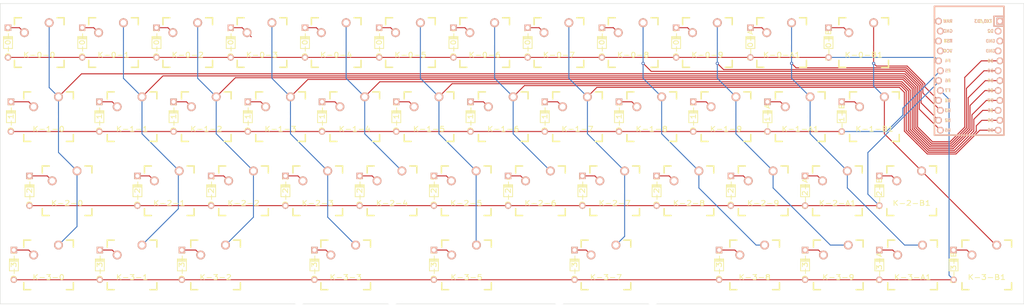
<source format=kicad_pcb>
(kicad_pcb (version 20171130) (host pcbnew "(5.1.2)-2")
  (layers (0 F.Cu signal) (31 B.Cu signal) (34 B.Paste user) (35 F.Paste user) (36 B.SilkS user) (37 F.SilkS user) (38 B.Mask user) (39 F.Mask user) (44 Edge.Cuts user))
  (net 0 "")
  (net 1 "Net-(D-0-0-Pad2)")
  (net 2 BARIS0)
  (net 3 "Net-(D-0-1-Pad2)")
  (net 4 "Net-(D-0-2-Pad2)")
  (net 5 "Net-(D-0-3-Pad2)")
  (net 6 "Net-(D-0-4-Pad2)")
  (net 7 "Net-(D-0-5-Pad2)")
  (net 8 "Net-(D-0-6-Pad2)")
  (net 9 "Net-(D-0-7-Pad2)")
  (net 10 "Net-(D-0-8-Pad2)")
  (net 11 "Net-(D-0-9-Pad2)")
  (net 12 "Net-(D-0-A1-Pad2)")
  (net 13 "Net-(D-0-B1-Pad2)")
  (net 14 "Net-(D-1-0-Pad2)")
  (net 15 BARIS1)
  (net 16 "Net-(D-1-1-Pad2)")
  (net 17 "Net-(D-1-2-Pad2)")
  (net 18 "Net-(D-1-3-Pad2)")
  (net 19 "Net-(D-1-4-Pad2)")
  (net 20 "Net-(D-1-5-Pad2)")
  (net 21 "Net-(D-1-6-Pad2)")
  (net 22 "Net-(D-1-7-Pad2)")
  (net 23 "Net-(D-1-8-Pad2)")
  (net 24 "Net-(D-1-9-Pad2)")
  (net 25 "Net-(D-1-A1-Pad2)")
  (net 26 "Net-(D-1-B1-Pad2)")
  (net 27 "Net-(D-2-0-Pad2)")
  (net 28 BARIS2)
  (net 29 "Net-(D-2-1-Pad2)")
  (net 30 "Net-(D-2-2-Pad2)")
  (net 31 "Net-(D-2-3-Pad2)")
  (net 32 "Net-(D-2-4-Pad2)")
  (net 33 "Net-(D-2-5-Pad2)")
  (net 34 "Net-(D-2-6-Pad2)")
  (net 35 "Net-(D-2-7-Pad2)")
  (net 36 "Net-(D-2-8-Pad2)")
  (net 37 "Net-(D-2-9-Pad2)")
  (net 38 "Net-(D-2-A1-Pad2)")
  (net 39 "Net-(D-2-B1-Pad2)")
  (net 40 "Net-(D-3-0-Pad2)")
  (net 41 BARIS3)
  (net 42 "Net-(D-3-1-Pad2)")
  (net 43 "Net-(D-3-2-Pad2)")
  (net 44 "Net-(D-3-3-Pad2)")
  (net 45 "Net-(D-3-5-Pad2)")
  (net 46 "Net-(D-3-7-Pad2)")
  (net 47 "Net-(D-3-8-Pad2)")
  (net 48 "Net-(D-3-9-Pad2)")
  (net 49 "Net-(D-3-A1-Pad2)")
  (net 50 "Net-(D-3-B1-Pad2)")
  (net 51 KOLOM0)
  (net 52 KOLOM1)
  (net 53 KOLOM2)
  (net 54 KOLOM3)
  (net 55 KOLOM4)
  (net 56 KOLOM5)
  (net 57 KOLOM6)
  (net 58 KOLOM7)
  (net 59 KOLOM8)
  (net 60 KOLOM9)
  (net 61 KOLOMA)
  (net 62 KOLOMB)
  (module Keebio-Parts:ArduinoProMicro-ZigZag (layer B.Cu) (at 265 48.5 270)
    (fp_text reference U1 hide)
    (fp_text value ProMicro hide)
    (fp_text user ST (at -8.91 5.04) (layer F.SilkS) (effects (font (size 0.8 0.8))))
    (fp_text user TX0/D3 (at -13.97 -3.571872) (layer B.SilkS) (effects (font (size 0.8 0.8)) (justify mirror)))
    (fp_text user TX0/D3 (at -13.97 -3.571872) (layer F.SilkS) (effects (font (size 0.8 0.8))))
    (fp_text user D2 (at -11.43 -5.461) (layer B.SilkS) (effects (font (size 0.8 0.8)) (justify mirror)))
    (fp_text user D0 (at -1.27 -5.461) (layer B.SilkS) (effects (font (size 0.8 0.8)) (justify mirror)))
    (fp_text user D1 (at -3.81 -5.461) (layer B.SilkS) (effects (font (size 0.8 0.8)) (justify mirror)))
    (fp_text user GND (at -6.35 -5.461) (layer B.SilkS) (effects (font (size 0.8 0.8)) (justify mirror)))
    (fp_text user GND (at -8.89 -5.461) (layer B.SilkS) (effects (font (size 0.8 0.8)) (justify mirror)))
    (fp_text user D4 (at 1.27 -5.461) (layer B.SilkS) (effects (font (size 0.8 0.8)) (justify mirror)))
    (fp_text user C6 (at 3.81 -5.461) (layer B.SilkS) (effects (font (size 0.8 0.8)) (justify mirror)))
    (fp_text user D7 (at 6.35 -5.461) (layer B.SilkS) (effects (font (size 0.8 0.8)) (justify mirror)))
    (fp_text user E6 (at 8.89 -5.461) (layer B.SilkS) (effects (font (size 0.8 0.8)) (justify mirror)))
    (fp_text user B4 (at 11.43 -5.461) (layer B.SilkS) (effects (font (size 0.8 0.8)) (justify mirror)))
    (fp_text user B5 (at 13.97 -5.461) (layer B.SilkS) (effects (font (size 0.8 0.8)) (justify mirror)))
    (fp_text user B6 (at 13.97 5.461) (layer B.SilkS) (effects (font (size 0.8 0.8)) (justify mirror)))
    (fp_text user B2 (at 11.43 5.461) (layer F.SilkS) (effects (font (size 0.8 0.8))))
    (fp_text user B3 (at 8.89 5.461) (layer B.SilkS) (effects (font (size 0.8 0.8)) (justify mirror)))
    (fp_text user B1 (at 6.35 5.461) (layer B.SilkS) (effects (font (size 0.8 0.8)) (justify mirror)))
    (fp_text user F7 (at 3.81 5.461) (layer F.SilkS) (effects (font (size 0.8 0.8))))
    (fp_text user F6 (at 1.27 5.461) (layer F.SilkS) (effects (font (size 0.8 0.8))))
    (fp_text user F5 (at -1.27 5.461) (layer F.SilkS) (effects (font (size 0.8 0.8))))
    (fp_text user F4 (at -3.81 5.461) (layer B.SilkS) (effects (font (size 0.8 0.8)) (justify mirror)))
    (fp_text user VCC (at -6.35 5.461) (layer B.SilkS) (effects (font (size 0.8 0.8)) (justify mirror)))
    (fp_text user ST (at -8.92 5.73312) (layer B.SilkS) (effects (font (size 0.8 0.8)) (justify mirror)))
    (fp_text user GND (at -11.43 5.461) (layer B.SilkS) (effects (font (size 0.8 0.8)) (justify mirror)))
    (fp_text user RAW (at -13.97 5.461) (layer B.SilkS) (effects (font (size 0.8 0.8)) (justify mirror)))
    (fp_text user RAW (at -13.97 5.461) (layer F.SilkS) (effects (font (size 0.8 0.8))))
    (fp_text user GND (at -11.43 5.461) (layer F.SilkS) (effects (font (size 0.8 0.8))))
    (fp_text user VCC (at -6.35 5.461) (layer F.SilkS) (effects (font (size 0.8 0.8))))
    (fp_text user F4 (at -3.81 5.461) (layer F.SilkS) (effects (font (size 0.8 0.8))))
    (fp_text user F5 (at -1.27 5.461) (layer B.SilkS) (effects (font (size 0.8 0.8)) (justify mirror)))
    (fp_text user F6 (at 1.27 5.461) (layer B.SilkS) (effects (font (size 0.8 0.8)) (justify mirror)))
    (fp_text user F7 (at 3.81 5.461) (layer B.SilkS) (effects (font (size 0.8 0.8)) (justify mirror)))
    (fp_text user B1 (at 6.35 5.461) (layer F.SilkS) (effects (font (size 0.8 0.8))))
    (fp_text user B3 (at 8.89 5.461) (layer F.SilkS) (effects (font (size 0.8 0.8))))
    (fp_text user B2 (at 11.43 5.461) (layer B.SilkS) (effects (font (size 0.8 0.8)) (justify mirror)))
    (fp_text user B6 (at 13.97 5.461) (layer F.SilkS) (effects (font (size 0.8 0.8))))
    (fp_text user B5 (at 13.97 -5.461) (layer F.SilkS) (effects (font (size 0.8 0.8))))
    (fp_text user B4 (at 11.43 -5.461) (layer F.SilkS) (effects (font (size 0.8 0.8))))
    (fp_text user E6 (at 8.89 -5.461) (layer F.SilkS) (effects (font (size 0.8 0.8))))
    (fp_text user D7 (at 6.35 -5.461) (layer F.SilkS) (effects (font (size 0.8 0.8))))
    (fp_text user C6 (at 3.81 -5.461) (layer F.SilkS) (effects (font (size 0.8 0.8))))
    (fp_text user D4 (at 1.27 -5.461) (layer F.SilkS) (effects (font (size 0.8 0.8))))
    (fp_text user GND (at -8.89 -5.461) (layer F.SilkS) (effects (font (size 0.8 0.8))))
    (fp_text user GND (at -6.35 -5.461) (layer F.SilkS) (effects (font (size 0.8 0.8))))
    (fp_text user D1 (at -3.81 -5.461) (layer F.SilkS) (effects (font (size 0.8 0.8))))
    (fp_text user D0 (at -1.27 -5.461) (layer F.SilkS) (effects (font (size 0.8 0.8))))
    (fp_text user D2 (at -11.43 -5.461) (layer F.SilkS) (effects (font (size 0.8 0.8))))
    (pad 24 thru_hole circle (at -13.97 7.8486 270) (size 1.7526 1.7526) (drill 1.0922) (layers *.Cu *.SilkS *.Mask))
    (pad 12 thru_hole circle (at 13.97 -7.3914 270) (size 1.7526 1.7526) (drill 1.0922) (layers *.Cu *.SilkS *.Mask) (net 58 KOLOM7))
    (pad 23 thru_hole circle (at -11.43 7.3914 270) (size 1.7526 1.7526) (drill 1.0922) (layers *.Cu *.SilkS *.Mask))
    (pad 22 thru_hole circle (at -8.89 7.8486 270) (size 1.7526 1.7526) (drill 1.0922) (layers *.Cu *.SilkS *.Mask))
    (pad 21 thru_hole circle (at -6.35 7.3914 270) (size 1.7526 1.7526) (drill 1.0922) (layers *.Cu *.SilkS *.Mask))
    (pad 20 thru_hole circle (at -3.81 7.8486 270) (size 1.7526 1.7526) (drill 1.0922) (layers *.Cu *.SilkS *.Mask) (net 2 BARIS0))
    (pad 19 thru_hole circle (at -1.27 7.3914 270) (size 1.7526 1.7526) (drill 1.0922) (layers *.Cu *.SilkS *.Mask) (net 15 BARIS1))
    (pad 18 thru_hole circle (at 1.27 7.8486 270) (size 1.7526 1.7526) (drill 1.0922) (layers *.Cu *.SilkS *.Mask) (net 28 BARIS2))
    (pad 17 thru_hole circle (at 3.81 7.3914 270) (size 1.7526 1.7526) (drill 1.0922) (layers *.Cu *.SilkS *.Mask) (net 41 BARIS3))
    (pad 16 thru_hole circle (at 6.35 7.8486 270) (size 1.7526 1.7526) (drill 1.0922) (layers *.Cu *.SilkS *.Mask) (net 62 KOLOMB))
    (pad 15 thru_hole circle (at 8.89 7.3914 270) (size 1.7526 1.7526) (drill 1.0922) (layers *.Cu *.SilkS *.Mask) (net 61 KOLOMA))
    (pad 14 thru_hole circle (at 11.43 7.8486 270) (size 1.7526 1.7526) (drill 1.0922) (layers *.Cu *.SilkS *.Mask) (net 60 KOLOM9))
    (pad 13 thru_hole circle (at 13.97 7.3914 270) (size 1.7526 1.7526) (drill 1.0922) (layers *.Cu *.SilkS *.Mask) (net 59 KOLOM8))
    (pad 11 thru_hole circle (at 11.43 -7.8486 270) (size 1.7526 1.7526) (drill 1.0922) (layers *.Cu *.SilkS *.Mask) (net 57 KOLOM6))
    (pad 10 thru_hole circle (at 8.89 -7.3914 270) (size 1.7526 1.7526) (drill 1.0922) (layers *.Cu *.SilkS *.Mask) (net 56 KOLOM5))
    (pad 9 thru_hole circle (at 6.35 -7.8486 270) (size 1.7526 1.7526) (drill 1.0922) (layers *.Cu *.SilkS *.Mask) (net 55 KOLOM4))
    (pad 8 thru_hole circle (at 3.81 -7.3914 270) (size 1.7526 1.7526) (drill 1.0922) (layers *.Cu *.SilkS *.Mask) (net 54 KOLOM3))
    (pad 7 thru_hole circle (at 1.27 -7.8486 270) (size 1.7526 1.7526) (drill 1.0922) (layers *.Cu *.SilkS *.Mask) (net 53 KOLOM2))
    (pad 6 thru_hole circle (at -1.27 -7.3914 270) (size 1.7526 1.7526) (drill 1.0922) (layers *.Cu *.SilkS *.Mask) (net 52 KOLOM1))
    (pad 5 thru_hole circle (at -3.81 -7.8486 270) (size 1.7526 1.7526) (drill 1.0922) (layers *.Cu *.SilkS *.Mask) (net 51 KOLOM0))
    (pad 4 thru_hole circle (at -6.35 -7.3914 270) (size 1.7526 1.7526) (drill 1.0922) (layers *.Cu *.SilkS *.Mask))
    (pad 3 thru_hole circle (at -8.89 -7.8486 270) (size 1.7526 1.7526) (drill 1.0922) (layers *.Cu *.SilkS *.Mask))
    (pad 2 thru_hole circle (at -11.43 -7.3914 270) (size 1.7526 1.7526) (drill 1.0922) (layers *.Cu *.SilkS *.Mask))
    (pad 1 thru_hole rect (at -13.97 -7.8486 270) (size 1.7526 1.7526) (drill 1.0922) (layers *.Cu *.SilkS *.Mask))
  )
  (module Keebio-Parts:MX_PCB_100H (layer F.Cu) (at 269.5 97)
    (fp_text reference K-3-B1 (at 0 3.175) (layer F.SilkS) (effects (font (size 1.27 1.524) (thickness 0.2032))))
    (fp_text value KEYSW hide)
    (pad HOLE np_thru_hole circle (at 5.08 0) (size 1.8 1.8) (drill 1.8) (layers *.Cu))
    (pad HOLE np_thru_hole circle (at -5.08 0) (size 1.8 1.8) (drill 1.8) (layers *.Cu))
    (pad HOLE np_thru_hole circle (at 0 0) (size 3.9878 3.9878) (drill 3.9878) (layers *.Cu))
    (pad 2 thru_hole circle (at -3.81 -2.54) (size 2.286 2.286) (drill 1.4986) (layers *.Cu *.SilkS *.Mask) (net 50 "Net-(D-3-B1-Pad2)"))
    (pad 1 thru_hole circle (at 2.54 -5.08) (size 2.286 2.286) (drill 1.4986) (layers *.Cu *.SilkS *.Mask) (net 62 KOLOMB))
  )
  (module Keebio-Parts:MX_PCB_100H (layer F.Cu) (at 250.5 97)
    (fp_text reference K-3-A1 (at 0 3.175) (layer F.SilkS) (effects (font (size 1.27 1.524) (thickness 0.2032))))
    (fp_text value KEYSW hide)
    (pad HOLE np_thru_hole circle (at 5.08 0) (size 1.8 1.8) (drill 1.8) (layers *.Cu))
    (pad HOLE np_thru_hole circle (at -5.08 0) (size 1.8 1.8) (drill 1.8) (layers *.Cu))
    (pad HOLE np_thru_hole circle (at 0 0) (size 3.9878 3.9878) (drill 3.9878) (layers *.Cu))
    (pad 2 thru_hole circle (at -3.81 -2.54) (size 2.286 2.286) (drill 1.4986) (layers *.Cu *.SilkS *.Mask) (net 49 "Net-(D-3-A1-Pad2)"))
    (pad 1 thru_hole circle (at 2.54 -5.08) (size 2.286 2.286) (drill 1.4986) (layers *.Cu *.SilkS *.Mask) (net 61 KOLOMA))
  )
  (module Keebio-Parts:MX_PCB_100H (layer F.Cu) (at 231.5 97)
    (fp_text reference K-3-9 (at 0 3.175) (layer F.SilkS) (effects (font (size 1.27 1.524) (thickness 0.2032))))
    (fp_text value KEYSW hide)
    (pad HOLE np_thru_hole circle (at 5.08 0) (size 1.8 1.8) (drill 1.8) (layers *.Cu))
    (pad HOLE np_thru_hole circle (at -5.08 0) (size 1.8 1.8) (drill 1.8) (layers *.Cu))
    (pad HOLE np_thru_hole circle (at 0 0) (size 3.9878 3.9878) (drill 3.9878) (layers *.Cu))
    (pad 2 thru_hole circle (at -3.81 -2.54) (size 2.286 2.286) (drill 1.4986) (layers *.Cu *.SilkS *.Mask) (net 48 "Net-(D-3-9-Pad2)"))
    (pad 1 thru_hole circle (at 2.54 -5.08) (size 2.286 2.286) (drill 1.4986) (layers *.Cu *.SilkS *.Mask) (net 60 KOLOM9))
  )
  (module Keebio-Parts:MX_PCB_125H (layer F.Cu) (at 210.1 97)
    (fp_text reference K-3-8 (at 0 3.175) (layer F.SilkS) (effects (font (size 1.27 1.524) (thickness 0.2032))))
    (fp_text value KEYSW hide)
    (pad HOLE np_thru_hole circle (at 5.08 0) (size 1.8 1.8) (drill 1.8) (layers *.Cu))
    (pad HOLE np_thru_hole circle (at -5.08 0) (size 1.8 1.8) (drill 1.8) (layers *.Cu))
    (pad HOLE np_thru_hole circle (at 0 0) (size 3.9878 3.9878) (drill 3.9878) (layers *.Cu))
    (pad 2 thru_hole circle (at -3.81 -2.54) (size 2.286 2.286) (drill 1.4986) (layers *.Cu *.SilkS *.Mask) (net 47 "Net-(D-3-8-Pad2)"))
    (pad 1 thru_hole circle (at 2.54 -5.08) (size 2.286 2.286) (drill 1.4986) (layers *.Cu *.SilkS *.Mask) (net 59 KOLOM8))
  )
  (module Keebio-Parts:MX_PCB_275H (layer F.Cu) (at 172.0375 97)
    (fp_text reference K-3-7 (at 0 3.175) (layer F.SilkS) (effects (font (size 1.27 1.524) (thickness 0.2032))))
    (fp_text value KEYSW hide)
    (pad HOLE np_thru_hole circle (at 11.938 8.255) (size 3.9878 3.9878) (drill 3.9878) (layers *.Cu))
    (pad HOLE np_thru_hole circle (at -11.938 8.255) (size 3.9878 3.9878) (drill 3.9878) (layers *.Cu))
    (pad HOLE np_thru_hole circle (at 11.938 -6.985) (size 3.048 3.048) (drill 3.048) (layers *.Cu))
    (pad HOLE np_thru_hole circle (at -11.938 -6.985) (size 3.048 3.048) (drill 3.048) (layers *.Cu))
    (pad HOLE np_thru_hole circle (at 5.08 0) (size 1.8 1.8) (drill 1.8) (layers *.Cu))
    (pad HOLE np_thru_hole circle (at -5.08 0) (size 1.8 1.8) (drill 1.8) (layers *.Cu))
    (pad HOLE np_thru_hole circle (at 0 0) (size 3.9878 3.9878) (drill 3.9878) (layers *.Cu))
    (pad 2 thru_hole circle (at -3.81 -2.54) (size 2.286 2.286) (drill 1.4986) (layers *.Cu *.SilkS *.Mask) (net 46 "Net-(D-3-7-Pad2)"))
    (pad 1 thru_hole circle (at 2.54 -5.08) (size 2.286 2.286) (drill 1.4986) (layers *.Cu *.SilkS *.Mask) (net 58 KOLOM7))
  )
  (module Keebio-Parts:MX_PCB_100H (layer F.Cu) (at 136.35 97)
    (fp_text reference K-3-5 (at 0 3.175) (layer F.SilkS) (effects (font (size 1.27 1.524) (thickness 0.2032))))
    (fp_text value KEYSW hide)
    (pad HOLE np_thru_hole circle (at 5.08 0) (size 1.8 1.8) (drill 1.8) (layers *.Cu))
    (pad HOLE np_thru_hole circle (at -5.08 0) (size 1.8 1.8) (drill 1.8) (layers *.Cu))
    (pad HOLE np_thru_hole circle (at 0 0) (size 3.9878 3.9878) (drill 3.9878) (layers *.Cu))
    (pad 2 thru_hole circle (at -3.81 -2.54) (size 2.286 2.286) (drill 1.4986) (layers *.Cu *.SilkS *.Mask) (net 45 "Net-(D-3-5-Pad2)"))
    (pad 1 thru_hole circle (at 2.54 -5.08) (size 2.286 2.286) (drill 1.4986) (layers *.Cu *.SilkS *.Mask) (net 56 KOLOM5))
  )
  (module Keebio-Parts:MX_PCB_225H (layer F.Cu) (at 105.425 97)
    (fp_text reference K-3-3 (at 0 3.175) (layer F.SilkS) (effects (font (size 1.27 1.524) (thickness 0.2032))))
    (fp_text value KEYSW hide)
    (pad HOLE np_thru_hole circle (at 11.938 8.255) (size 3.9878 3.9878) (drill 3.9878) (layers *.Cu))
    (pad HOLE np_thru_hole circle (at -11.938 8.255) (size 3.9878 3.9878) (drill 3.9878) (layers *.Cu))
    (pad HOLE np_thru_hole circle (at 11.938 -6.985) (size 3.048 3.048) (drill 3.048) (layers *.Cu))
    (pad HOLE np_thru_hole circle (at -11.938 -6.985) (size 3.048 3.048) (drill 3.048) (layers *.Cu))
    (pad HOLE np_thru_hole circle (at 5.08 0) (size 1.8 1.8) (drill 1.8) (layers *.Cu))
    (pad HOLE np_thru_hole circle (at -5.08 0) (size 1.8 1.8) (drill 1.8) (layers *.Cu))
    (pad HOLE np_thru_hole circle (at 0 0) (size 3.9878 3.9878) (drill 3.9878) (layers *.Cu))
    (pad 2 thru_hole circle (at -3.81 -2.54) (size 2.286 2.286) (drill 1.4986) (layers *.Cu *.SilkS *.Mask) (net 44 "Net-(D-3-3-Pad2)"))
    (pad 1 thru_hole circle (at 2.54 -5.08) (size 2.286 2.286) (drill 1.4986) (layers *.Cu *.SilkS *.Mask) (net 54 KOLOM3))
  )
  (module Keebio-Parts:MX_PCB_125H (layer F.Cu) (at 72.125 97)
    (fp_text reference K-3-2 (at 0 3.175) (layer F.SilkS) (effects (font (size 1.27 1.524) (thickness 0.2032))))
    (fp_text value KEYSW hide)
    (pad HOLE np_thru_hole circle (at 5.08 0) (size 1.8 1.8) (drill 1.8) (layers *.Cu))
    (pad HOLE np_thru_hole circle (at -5.08 0) (size 1.8 1.8) (drill 1.8) (layers *.Cu))
    (pad HOLE np_thru_hole circle (at 0 0) (size 3.9878 3.9878) (drill 3.9878) (layers *.Cu))
    (pad 2 thru_hole circle (at -3.81 -2.54) (size 2.286 2.286) (drill 1.4986) (layers *.Cu *.SilkS *.Mask) (net 43 "Net-(D-3-2-Pad2)"))
    (pad 1 thru_hole circle (at 2.54 -5.08) (size 2.286 2.286) (drill 1.4986) (layers *.Cu *.SilkS *.Mask) (net 53 KOLOM2))
  )
  (module Keebio-Parts:MX_PCB_100H (layer F.Cu) (at 50.75 97)
    (fp_text reference K-3-1 (at 0 3.175) (layer F.SilkS) (effects (font (size 1.27 1.524) (thickness 0.2032))))
    (fp_text value KEYSW hide)
    (pad HOLE np_thru_hole circle (at 5.08 0) (size 1.8 1.8) (drill 1.8) (layers *.Cu))
    (pad HOLE np_thru_hole circle (at -5.08 0) (size 1.8 1.8) (drill 1.8) (layers *.Cu))
    (pad HOLE np_thru_hole circle (at 0 0) (size 3.9878 3.9878) (drill 3.9878) (layers *.Cu))
    (pad 2 thru_hole circle (at -3.81 -2.54) (size 2.286 2.286) (drill 1.4986) (layers *.Cu *.SilkS *.Mask) (net 42 "Net-(D-3-1-Pad2)"))
    (pad 1 thru_hole circle (at 2.54 -5.08) (size 2.286 2.286) (drill 1.4986) (layers *.Cu *.SilkS *.Mask) (net 52 KOLOM1))
  )
  (module Keebio-Parts:MX_PCB_125H (layer F.Cu) (at 29.375 97)
    (fp_text reference K-3-0 (at 0 3.175) (layer F.SilkS) (effects (font (size 1.27 1.524) (thickness 0.2032))))
    (fp_text value KEYSW hide)
    (pad HOLE np_thru_hole circle (at 5.08 0) (size 1.8 1.8) (drill 1.8) (layers *.Cu))
    (pad HOLE np_thru_hole circle (at -5.08 0) (size 1.8 1.8) (drill 1.8) (layers *.Cu))
    (pad HOLE np_thru_hole circle (at 0 0) (size 3.9878 3.9878) (drill 3.9878) (layers *.Cu))
    (pad 2 thru_hole circle (at -3.81 -2.54) (size 2.286 2.286) (drill 1.4986) (layers *.Cu *.SilkS *.Mask) (net 40 "Net-(D-3-0-Pad2)"))
    (pad 1 thru_hole circle (at 2.54 -5.08) (size 2.286 2.286) (drill 1.4986) (layers *.Cu *.SilkS *.Mask) (net 51 KOLOM0))
  )
  (module Keebio-Parts:MX_PCB_100H (layer F.Cu) (at 250.275 78)
    (fp_text reference K-2-B1 (at 0 3.175) (layer F.SilkS) (effects (font (size 1.27 1.524) (thickness 0.2032))))
    (fp_text value KEYSW hide)
    (pad HOLE np_thru_hole circle (at 5.08 0) (size 1.8 1.8) (drill 1.8) (layers *.Cu))
    (pad HOLE np_thru_hole circle (at -5.08 0) (size 1.8 1.8) (drill 1.8) (layers *.Cu))
    (pad HOLE np_thru_hole circle (at 0 0) (size 3.9878 3.9878) (drill 3.9878) (layers *.Cu))
    (pad 2 thru_hole circle (at -3.81 -2.54) (size 2.286 2.286) (drill 1.4986) (layers *.Cu *.SilkS *.Mask) (net 39 "Net-(D-2-B1-Pad2)"))
    (pad 1 thru_hole circle (at 2.54 -5.08) (size 2.286 2.286) (drill 1.4986) (layers *.Cu *.SilkS *.Mask) (net 62 KOLOMB))
  )
  (module Keebio-Parts:MX_PCB_100H (layer F.Cu) (at 231.275 78)
    (fp_text reference K-2-A1 (at 0 3.175) (layer F.SilkS) (effects (font (size 1.27 1.524) (thickness 0.2032))))
    (fp_text value KEYSW hide)
    (pad HOLE np_thru_hole circle (at 5.08 0) (size 1.8 1.8) (drill 1.8) (layers *.Cu))
    (pad HOLE np_thru_hole circle (at -5.08 0) (size 1.8 1.8) (drill 1.8) (layers *.Cu))
    (pad HOLE np_thru_hole circle (at 0 0) (size 3.9878 3.9878) (drill 3.9878) (layers *.Cu))
    (pad 2 thru_hole circle (at -3.81 -2.54) (size 2.286 2.286) (drill 1.4986) (layers *.Cu *.SilkS *.Mask) (net 38 "Net-(D-2-A1-Pad2)"))
    (pad 1 thru_hole circle (at 2.54 -5.08) (size 2.286 2.286) (drill 1.4986) (layers *.Cu *.SilkS *.Mask) (net 61 KOLOMA))
  )
  (module Keebio-Parts:MX_PCB_100H (layer F.Cu) (at 212.275 78)
    (fp_text reference K-2-9 (at 0 3.175) (layer F.SilkS) (effects (font (size 1.27 1.524) (thickness 0.2032))))
    (fp_text value KEYSW hide)
    (pad HOLE np_thru_hole circle (at 5.08 0) (size 1.8 1.8) (drill 1.8) (layers *.Cu))
    (pad HOLE np_thru_hole circle (at -5.08 0) (size 1.8 1.8) (drill 1.8) (layers *.Cu))
    (pad HOLE np_thru_hole circle (at 0 0) (size 3.9878 3.9878) (drill 3.9878) (layers *.Cu))
    (pad 2 thru_hole circle (at -3.81 -2.54) (size 2.286 2.286) (drill 1.4986) (layers *.Cu *.SilkS *.Mask) (net 37 "Net-(D-2-9-Pad2)"))
    (pad 1 thru_hole circle (at 2.54 -5.08) (size 2.286 2.286) (drill 1.4986) (layers *.Cu *.SilkS *.Mask) (net 60 KOLOM9))
  )
  (module Keebio-Parts:MX_PCB_100H (layer F.Cu) (at 193.275 78)
    (fp_text reference K-2-8 (at 0 3.175) (layer F.SilkS) (effects (font (size 1.27 1.524) (thickness 0.2032))))
    (fp_text value KEYSW hide)
    (pad HOLE np_thru_hole circle (at 5.08 0) (size 1.8 1.8) (drill 1.8) (layers *.Cu))
    (pad HOLE np_thru_hole circle (at -5.08 0) (size 1.8 1.8) (drill 1.8) (layers *.Cu))
    (pad HOLE np_thru_hole circle (at 0 0) (size 3.9878 3.9878) (drill 3.9878) (layers *.Cu))
    (pad 2 thru_hole circle (at -3.81 -2.54) (size 2.286 2.286) (drill 1.4986) (layers *.Cu *.SilkS *.Mask) (net 36 "Net-(D-2-8-Pad2)"))
    (pad 1 thru_hole circle (at 2.54 -5.08) (size 2.286 2.286) (drill 1.4986) (layers *.Cu *.SilkS *.Mask) (net 59 KOLOM8))
  )
  (module Keebio-Parts:MX_PCB_100H (layer F.Cu) (at 174.275 78)
    (fp_text reference K-2-7 (at 0 3.175) (layer F.SilkS) (effects (font (size 1.27 1.524) (thickness 0.2032))))
    (fp_text value KEYSW hide)
    (pad HOLE np_thru_hole circle (at 5.08 0) (size 1.8 1.8) (drill 1.8) (layers *.Cu))
    (pad HOLE np_thru_hole circle (at -5.08 0) (size 1.8 1.8) (drill 1.8) (layers *.Cu))
    (pad HOLE np_thru_hole circle (at 0 0) (size 3.9878 3.9878) (drill 3.9878) (layers *.Cu))
    (pad 2 thru_hole circle (at -3.81 -2.54) (size 2.286 2.286) (drill 1.4986) (layers *.Cu *.SilkS *.Mask) (net 35 "Net-(D-2-7-Pad2)"))
    (pad 1 thru_hole circle (at 2.54 -5.08) (size 2.286 2.286) (drill 1.4986) (layers *.Cu *.SilkS *.Mask) (net 58 KOLOM7))
  )
  (module Keebio-Parts:MX_PCB_100H (layer F.Cu) (at 155.275 78)
    (fp_text reference K-2-6 (at 0 3.175) (layer F.SilkS) (effects (font (size 1.27 1.524) (thickness 0.2032))))
    (fp_text value KEYSW hide)
    (pad HOLE np_thru_hole circle (at 5.08 0) (size 1.8 1.8) (drill 1.8) (layers *.Cu))
    (pad HOLE np_thru_hole circle (at -5.08 0) (size 1.8 1.8) (drill 1.8) (layers *.Cu))
    (pad HOLE np_thru_hole circle (at 0 0) (size 3.9878 3.9878) (drill 3.9878) (layers *.Cu))
    (pad 2 thru_hole circle (at -3.81 -2.54) (size 2.286 2.286) (drill 1.4986) (layers *.Cu *.SilkS *.Mask) (net 34 "Net-(D-2-6-Pad2)"))
    (pad 1 thru_hole circle (at 2.54 -5.08) (size 2.286 2.286) (drill 1.4986) (layers *.Cu *.SilkS *.Mask) (net 57 KOLOM6))
  )
  (module Keebio-Parts:MX_PCB_100H (layer F.Cu) (at 136.275 78)
    (fp_text reference K-2-5 (at 0 3.175) (layer F.SilkS) (effects (font (size 1.27 1.524) (thickness 0.2032))))
    (fp_text value KEYSW hide)
    (pad HOLE np_thru_hole circle (at 5.08 0) (size 1.8 1.8) (drill 1.8) (layers *.Cu))
    (pad HOLE np_thru_hole circle (at -5.08 0) (size 1.8 1.8) (drill 1.8) (layers *.Cu))
    (pad HOLE np_thru_hole circle (at 0 0) (size 3.9878 3.9878) (drill 3.9878) (layers *.Cu))
    (pad 2 thru_hole circle (at -3.81 -2.54) (size 2.286 2.286) (drill 1.4986) (layers *.Cu *.SilkS *.Mask) (net 33 "Net-(D-2-5-Pad2)"))
    (pad 1 thru_hole circle (at 2.54 -5.08) (size 2.286 2.286) (drill 1.4986) (layers *.Cu *.SilkS *.Mask) (net 56 KOLOM5))
  )
  (module Keebio-Parts:MX_PCB_100H (layer F.Cu) (at 117.275 78)
    (fp_text reference K-2-4 (at 0 3.175) (layer F.SilkS) (effects (font (size 1.27 1.524) (thickness 0.2032))))
    (fp_text value KEYSW hide)
    (pad HOLE np_thru_hole circle (at 5.08 0) (size 1.8 1.8) (drill 1.8) (layers *.Cu))
    (pad HOLE np_thru_hole circle (at -5.08 0) (size 1.8 1.8) (drill 1.8) (layers *.Cu))
    (pad HOLE np_thru_hole circle (at 0 0) (size 3.9878 3.9878) (drill 3.9878) (layers *.Cu))
    (pad 2 thru_hole circle (at -3.81 -2.54) (size 2.286 2.286) (drill 1.4986) (layers *.Cu *.SilkS *.Mask) (net 32 "Net-(D-2-4-Pad2)"))
    (pad 1 thru_hole circle (at 2.54 -5.08) (size 2.286 2.286) (drill 1.4986) (layers *.Cu *.SilkS *.Mask) (net 55 KOLOM4))
  )
  (module Keebio-Parts:MX_PCB_100H (layer F.Cu) (at 98.275 78)
    (fp_text reference K-2-3 (at 0 3.175) (layer F.SilkS) (effects (font (size 1.27 1.524) (thickness 0.2032))))
    (fp_text value KEYSW hide)
    (pad HOLE np_thru_hole circle (at 5.08 0) (size 1.8 1.8) (drill 1.8) (layers *.Cu))
    (pad HOLE np_thru_hole circle (at -5.08 0) (size 1.8 1.8) (drill 1.8) (layers *.Cu))
    (pad HOLE np_thru_hole circle (at 0 0) (size 3.9878 3.9878) (drill 3.9878) (layers *.Cu))
    (pad 2 thru_hole circle (at -3.81 -2.54) (size 2.286 2.286) (drill 1.4986) (layers *.Cu *.SilkS *.Mask) (net 31 "Net-(D-2-3-Pad2)"))
    (pad 1 thru_hole circle (at 2.54 -5.08) (size 2.286 2.286) (drill 1.4986) (layers *.Cu *.SilkS *.Mask) (net 54 KOLOM3))
  )
  (module Keebio-Parts:MX_PCB_100H (layer F.Cu) (at 79.275 78)
    (fp_text reference K-2-2 (at 0 3.175) (layer F.SilkS) (effects (font (size 1.27 1.524) (thickness 0.2032))))
    (fp_text value KEYSW hide)
    (pad HOLE np_thru_hole circle (at 5.08 0) (size 1.8 1.8) (drill 1.8) (layers *.Cu))
    (pad HOLE np_thru_hole circle (at -5.08 0) (size 1.8 1.8) (drill 1.8) (layers *.Cu))
    (pad HOLE np_thru_hole circle (at 0 0) (size 3.9878 3.9878) (drill 3.9878) (layers *.Cu))
    (pad 2 thru_hole circle (at -3.81 -2.54) (size 2.286 2.286) (drill 1.4986) (layers *.Cu *.SilkS *.Mask) (net 30 "Net-(D-2-2-Pad2)"))
    (pad 1 thru_hole circle (at 2.54 -5.08) (size 2.286 2.286) (drill 1.4986) (layers *.Cu *.SilkS *.Mask) (net 53 KOLOM2))
  )
  (module Keebio-Parts:MX_PCB_100H (layer F.Cu) (at 60.275 78)
    (fp_text reference K-2-1 (at 0 3.175) (layer F.SilkS) (effects (font (size 1.27 1.524) (thickness 0.2032))))
    (fp_text value KEYSW hide)
    (pad HOLE np_thru_hole circle (at 5.08 0) (size 1.8 1.8) (drill 1.8) (layers *.Cu))
    (pad HOLE np_thru_hole circle (at -5.08 0) (size 1.8 1.8) (drill 1.8) (layers *.Cu))
    (pad HOLE np_thru_hole circle (at 0 0) (size 3.9878 3.9878) (drill 3.9878) (layers *.Cu))
    (pad 2 thru_hole circle (at -3.81 -2.54) (size 2.286 2.286) (drill 1.4986) (layers *.Cu *.SilkS *.Mask) (net 29 "Net-(D-2-1-Pad2)"))
    (pad 1 thru_hole circle (at 2.54 -5.08) (size 2.286 2.286) (drill 1.4986) (layers *.Cu *.SilkS *.Mask) (net 52 KOLOM1))
  )
  (module Keebio-Parts:MX_PCB_175H (layer F.Cu) (at 34.125 78)
    (fp_text reference K-2-0 (at 0 3.175) (layer F.SilkS) (effects (font (size 1.27 1.524) (thickness 0.2032))))
    (fp_text value KEYSW hide)
    (pad HOLE np_thru_hole circle (at 5.08 0) (size 1.8 1.8) (drill 1.8) (layers *.Cu))
    (pad HOLE np_thru_hole circle (at -5.08 0) (size 1.8 1.8) (drill 1.8) (layers *.Cu))
    (pad HOLE np_thru_hole circle (at 0 0) (size 3.9878 3.9878) (drill 3.9878) (layers *.Cu))
    (pad 2 thru_hole circle (at -3.81 -2.54) (size 2.286 2.286) (drill 1.4986) (layers *.Cu *.SilkS *.Mask) (net 27 "Net-(D-2-0-Pad2)"))
    (pad 1 thru_hole circle (at 2.54 -5.08) (size 2.286 2.286) (drill 1.4986) (layers *.Cu *.SilkS *.Mask) (net 51 KOLOM0))
  )
  (module Keebio-Parts:MX_PCB_100H (layer F.Cu) (at 240.75 59)
    (fp_text reference K-1-B1 (at 0 3.175) (layer F.SilkS) (effects (font (size 1.27 1.524) (thickness 0.2032))))
    (fp_text value KEYSW hide)
    (pad HOLE np_thru_hole circle (at 5.08 0) (size 1.8 1.8) (drill 1.8) (layers *.Cu))
    (pad HOLE np_thru_hole circle (at -5.08 0) (size 1.8 1.8) (drill 1.8) (layers *.Cu))
    (pad HOLE np_thru_hole circle (at 0 0) (size 3.9878 3.9878) (drill 3.9878) (layers *.Cu))
    (pad 2 thru_hole circle (at -3.81 -2.54) (size 2.286 2.286) (drill 1.4986) (layers *.Cu *.SilkS *.Mask) (net 26 "Net-(D-1-B1-Pad2)"))
    (pad 1 thru_hole circle (at 2.54 -5.08) (size 2.286 2.286) (drill 1.4986) (layers *.Cu *.SilkS *.Mask) (net 62 KOLOMB))
  )
  (module Keebio-Parts:MX_PCB_100H (layer F.Cu) (at 221.75 59)
    (fp_text reference K-1-A1 (at 0 3.175) (layer F.SilkS) (effects (font (size 1.27 1.524) (thickness 0.2032))))
    (fp_text value KEYSW hide)
    (pad HOLE np_thru_hole circle (at 5.08 0) (size 1.8 1.8) (drill 1.8) (layers *.Cu))
    (pad HOLE np_thru_hole circle (at -5.08 0) (size 1.8 1.8) (drill 1.8) (layers *.Cu))
    (pad HOLE np_thru_hole circle (at 0 0) (size 3.9878 3.9878) (drill 3.9878) (layers *.Cu))
    (pad 2 thru_hole circle (at -3.81 -2.54) (size 2.286 2.286) (drill 1.4986) (layers *.Cu *.SilkS *.Mask) (net 25 "Net-(D-1-A1-Pad2)"))
    (pad 1 thru_hole circle (at 2.54 -5.08) (size 2.286 2.286) (drill 1.4986) (layers *.Cu *.SilkS *.Mask) (net 61 KOLOMA))
  )
  (module Keebio-Parts:MX_PCB_100H (layer F.Cu) (at 202.75 59)
    (fp_text reference K-1-9 (at 0 3.175) (layer F.SilkS) (effects (font (size 1.27 1.524) (thickness 0.2032))))
    (fp_text value KEYSW hide)
    (pad HOLE np_thru_hole circle (at 5.08 0) (size 1.8 1.8) (drill 1.8) (layers *.Cu))
    (pad HOLE np_thru_hole circle (at -5.08 0) (size 1.8 1.8) (drill 1.8) (layers *.Cu))
    (pad HOLE np_thru_hole circle (at 0 0) (size 3.9878 3.9878) (drill 3.9878) (layers *.Cu))
    (pad 2 thru_hole circle (at -3.81 -2.54) (size 2.286 2.286) (drill 1.4986) (layers *.Cu *.SilkS *.Mask) (net 24 "Net-(D-1-9-Pad2)"))
    (pad 1 thru_hole circle (at 2.54 -5.08) (size 2.286 2.286) (drill 1.4986) (layers *.Cu *.SilkS *.Mask) (net 60 KOLOM9))
  )
  (module Keebio-Parts:MX_PCB_100H (layer F.Cu) (at 183.75 59)
    (fp_text reference K-1-8 (at 0 3.175) (layer F.SilkS) (effects (font (size 1.27 1.524) (thickness 0.2032))))
    (fp_text value KEYSW hide)
    (pad HOLE np_thru_hole circle (at 5.08 0) (size 1.8 1.8) (drill 1.8) (layers *.Cu))
    (pad HOLE np_thru_hole circle (at -5.08 0) (size 1.8 1.8) (drill 1.8) (layers *.Cu))
    (pad HOLE np_thru_hole circle (at 0 0) (size 3.9878 3.9878) (drill 3.9878) (layers *.Cu))
    (pad 2 thru_hole circle (at -3.81 -2.54) (size 2.286 2.286) (drill 1.4986) (layers *.Cu *.SilkS *.Mask) (net 23 "Net-(D-1-8-Pad2)"))
    (pad 1 thru_hole circle (at 2.54 -5.08) (size 2.286 2.286) (drill 1.4986) (layers *.Cu *.SilkS *.Mask) (net 59 KOLOM8))
  )
  (module Keebio-Parts:MX_PCB_100H (layer F.Cu) (at 164.75 59)
    (fp_text reference K-1-7 (at 0 3.175) (layer F.SilkS) (effects (font (size 1.27 1.524) (thickness 0.2032))))
    (fp_text value KEYSW hide)
    (pad HOLE np_thru_hole circle (at 5.08 0) (size 1.8 1.8) (drill 1.8) (layers *.Cu))
    (pad HOLE np_thru_hole circle (at -5.08 0) (size 1.8 1.8) (drill 1.8) (layers *.Cu))
    (pad HOLE np_thru_hole circle (at 0 0) (size 3.9878 3.9878) (drill 3.9878) (layers *.Cu))
    (pad 2 thru_hole circle (at -3.81 -2.54) (size 2.286 2.286) (drill 1.4986) (layers *.Cu *.SilkS *.Mask) (net 22 "Net-(D-1-7-Pad2)"))
    (pad 1 thru_hole circle (at 2.54 -5.08) (size 2.286 2.286) (drill 1.4986) (layers *.Cu *.SilkS *.Mask) (net 58 KOLOM7))
  )
  (module Keebio-Parts:MX_PCB_100H (layer F.Cu) (at 145.75 59)
    (fp_text reference K-1-6 (at 0 3.175) (layer F.SilkS) (effects (font (size 1.27 1.524) (thickness 0.2032))))
    (fp_text value KEYSW hide)
    (pad HOLE np_thru_hole circle (at 5.08 0) (size 1.8 1.8) (drill 1.8) (layers *.Cu))
    (pad HOLE np_thru_hole circle (at -5.08 0) (size 1.8 1.8) (drill 1.8) (layers *.Cu))
    (pad HOLE np_thru_hole circle (at 0 0) (size 3.9878 3.9878) (drill 3.9878) (layers *.Cu))
    (pad 2 thru_hole circle (at -3.81 -2.54) (size 2.286 2.286) (drill 1.4986) (layers *.Cu *.SilkS *.Mask) (net 21 "Net-(D-1-6-Pad2)"))
    (pad 1 thru_hole circle (at 2.54 -5.08) (size 2.286 2.286) (drill 1.4986) (layers *.Cu *.SilkS *.Mask) (net 57 KOLOM6))
  )
  (module Keebio-Parts:MX_PCB_100H (layer F.Cu) (at 126.75 59)
    (fp_text reference K-1-5 (at 0 3.175) (layer F.SilkS) (effects (font (size 1.27 1.524) (thickness 0.2032))))
    (fp_text value KEYSW hide)
    (pad HOLE np_thru_hole circle (at 5.08 0) (size 1.8 1.8) (drill 1.8) (layers *.Cu))
    (pad HOLE np_thru_hole circle (at -5.08 0) (size 1.8 1.8) (drill 1.8) (layers *.Cu))
    (pad HOLE np_thru_hole circle (at 0 0) (size 3.9878 3.9878) (drill 3.9878) (layers *.Cu))
    (pad 2 thru_hole circle (at -3.81 -2.54) (size 2.286 2.286) (drill 1.4986) (layers *.Cu *.SilkS *.Mask) (net 20 "Net-(D-1-5-Pad2)"))
    (pad 1 thru_hole circle (at 2.54 -5.08) (size 2.286 2.286) (drill 1.4986) (layers *.Cu *.SilkS *.Mask) (net 56 KOLOM5))
  )
  (module Keebio-Parts:MX_PCB_100H (layer F.Cu) (at 107.75 59)
    (fp_text reference K-1-4 (at 0 3.175) (layer F.SilkS) (effects (font (size 1.27 1.524) (thickness 0.2032))))
    (fp_text value KEYSW hide)
    (pad HOLE np_thru_hole circle (at 5.08 0) (size 1.8 1.8) (drill 1.8) (layers *.Cu))
    (pad HOLE np_thru_hole circle (at -5.08 0) (size 1.8 1.8) (drill 1.8) (layers *.Cu))
    (pad HOLE np_thru_hole circle (at 0 0) (size 3.9878 3.9878) (drill 3.9878) (layers *.Cu))
    (pad 2 thru_hole circle (at -3.81 -2.54) (size 2.286 2.286) (drill 1.4986) (layers *.Cu *.SilkS *.Mask) (net 19 "Net-(D-1-4-Pad2)"))
    (pad 1 thru_hole circle (at 2.54 -5.08) (size 2.286 2.286) (drill 1.4986) (layers *.Cu *.SilkS *.Mask) (net 55 KOLOM4))
  )
  (module Keebio-Parts:MX_PCB_100H (layer F.Cu) (at 88.75 59)
    (fp_text reference K-1-3 (at 0 3.175) (layer F.SilkS) (effects (font (size 1.27 1.524) (thickness 0.2032))))
    (fp_text value KEYSW hide)
    (pad HOLE np_thru_hole circle (at 5.08 0) (size 1.8 1.8) (drill 1.8) (layers *.Cu))
    (pad HOLE np_thru_hole circle (at -5.08 0) (size 1.8 1.8) (drill 1.8) (layers *.Cu))
    (pad HOLE np_thru_hole circle (at 0 0) (size 3.9878 3.9878) (drill 3.9878) (layers *.Cu))
    (pad 2 thru_hole circle (at -3.81 -2.54) (size 2.286 2.286) (drill 1.4986) (layers *.Cu *.SilkS *.Mask) (net 18 "Net-(D-1-3-Pad2)"))
    (pad 1 thru_hole circle (at 2.54 -5.08) (size 2.286 2.286) (drill 1.4986) (layers *.Cu *.SilkS *.Mask) (net 54 KOLOM3))
  )
  (module Keebio-Parts:MX_PCB_100H (layer F.Cu) (at 69.75 59)
    (fp_text reference K-1-2 (at 0 3.175) (layer F.SilkS) (effects (font (size 1.27 1.524) (thickness 0.2032))))
    (fp_text value KEYSW hide)
    (pad HOLE np_thru_hole circle (at 5.08 0) (size 1.8 1.8) (drill 1.8) (layers *.Cu))
    (pad HOLE np_thru_hole circle (at -5.08 0) (size 1.8 1.8) (drill 1.8) (layers *.Cu))
    (pad HOLE np_thru_hole circle (at 0 0) (size 3.9878 3.9878) (drill 3.9878) (layers *.Cu))
    (pad 2 thru_hole circle (at -3.81 -2.54) (size 2.286 2.286) (drill 1.4986) (layers *.Cu *.SilkS *.Mask) (net 17 "Net-(D-1-2-Pad2)"))
    (pad 1 thru_hole circle (at 2.54 -5.08) (size 2.286 2.286) (drill 1.4986) (layers *.Cu *.SilkS *.Mask) (net 53 KOLOM2))
  )
  (module Keebio-Parts:MX_PCB_100H (layer F.Cu) (at 50.75 59)
    (fp_text reference K-1-1 (at 0 3.175) (layer F.SilkS) (effects (font (size 1.27 1.524) (thickness 0.2032))))
    (fp_text value KEYSW hide)
    (pad HOLE np_thru_hole circle (at 5.08 0) (size 1.8 1.8) (drill 1.8) (layers *.Cu))
    (pad HOLE np_thru_hole circle (at -5.08 0) (size 1.8 1.8) (drill 1.8) (layers *.Cu))
    (pad HOLE np_thru_hole circle (at 0 0) (size 3.9878 3.9878) (drill 3.9878) (layers *.Cu))
    (pad 2 thru_hole circle (at -3.81 -2.54) (size 2.286 2.286) (drill 1.4986) (layers *.Cu *.SilkS *.Mask) (net 16 "Net-(D-1-1-Pad2)"))
    (pad 1 thru_hole circle (at 2.54 -5.08) (size 2.286 2.286) (drill 1.4986) (layers *.Cu *.SilkS *.Mask) (net 52 KOLOM1))
  )
  (module Keebio-Parts:MX_PCB_125H (layer F.Cu) (at 29.375 59)
    (fp_text reference K-1-0 (at 0 3.175) (layer F.SilkS) (effects (font (size 1.27 1.524) (thickness 0.2032))))
    (fp_text value KEYSW hide)
    (pad HOLE np_thru_hole circle (at 5.08 0) (size 1.8 1.8) (drill 1.8) (layers *.Cu))
    (pad HOLE np_thru_hole circle (at -5.08 0) (size 1.8 1.8) (drill 1.8) (layers *.Cu))
    (pad HOLE np_thru_hole circle (at 0 0) (size 3.9878 3.9878) (drill 3.9878) (layers *.Cu))
    (pad 2 thru_hole circle (at -3.81 -2.54) (size 2.286 2.286) (drill 1.4986) (layers *.Cu *.SilkS *.Mask) (net 14 "Net-(D-1-0-Pad2)"))
    (pad 1 thru_hole circle (at 2.54 -5.08) (size 2.286 2.286) (drill 1.4986) (layers *.Cu *.SilkS *.Mask) (net 51 KOLOM0))
  )
  (module Keebio-Parts:MX_PCB_125H (layer F.Cu) (at 238 40)
    (fp_text reference K-0-B1 (at 0 3.175) (layer F.SilkS) (effects (font (size 1.27 1.524) (thickness 0.2032))))
    (fp_text value KEYSW hide)
    (pad HOLE np_thru_hole circle (at 5.08 0) (size 1.8 1.8) (drill 1.8) (layers *.Cu))
    (pad HOLE np_thru_hole circle (at -5.08 0) (size 1.8 1.8) (drill 1.8) (layers *.Cu))
    (pad HOLE np_thru_hole circle (at 0 0) (size 3.9878 3.9878) (drill 3.9878) (layers *.Cu))
    (pad 2 thru_hole circle (at -3.81 -2.54) (size 2.286 2.286) (drill 1.4986) (layers *.Cu *.SilkS *.Mask) (net 13 "Net-(D-0-B1-Pad2)"))
    (pad 1 thru_hole circle (at 2.54 -5.08) (size 2.286 2.286) (drill 1.4986) (layers *.Cu *.SilkS *.Mask) (net 62 KOLOMB))
  )
  (module Keebio-Parts:MX_PCB_100H (layer F.Cu) (at 217 40)
    (fp_text reference K-0-A1 (at 0 3.175) (layer F.SilkS) (effects (font (size 1.27 1.524) (thickness 0.2032))))
    (fp_text value KEYSW hide)
    (pad HOLE np_thru_hole circle (at 5.08 0) (size 1.8 1.8) (drill 1.8) (layers *.Cu))
    (pad HOLE np_thru_hole circle (at -5.08 0) (size 1.8 1.8) (drill 1.8) (layers *.Cu))
    (pad HOLE np_thru_hole circle (at 0 0) (size 3.9878 3.9878) (drill 3.9878) (layers *.Cu))
    (pad 2 thru_hole circle (at -3.81 -2.54) (size 2.286 2.286) (drill 1.4986) (layers *.Cu *.SilkS *.Mask) (net 12 "Net-(D-0-A1-Pad2)"))
    (pad 1 thru_hole circle (at 2.54 -5.08) (size 2.286 2.286) (drill 1.4986) (layers *.Cu *.SilkS *.Mask) (net 61 KOLOMA))
  )
  (module Keebio-Parts:MX_PCB_100H (layer F.Cu) (at 198 40)
    (fp_text reference K-0-9 (at 0 3.175) (layer F.SilkS) (effects (font (size 1.27 1.524) (thickness 0.2032))))
    (fp_text value KEYSW hide)
    (pad HOLE np_thru_hole circle (at 5.08 0) (size 1.8 1.8) (drill 1.8) (layers *.Cu))
    (pad HOLE np_thru_hole circle (at -5.08 0) (size 1.8 1.8) (drill 1.8) (layers *.Cu))
    (pad HOLE np_thru_hole circle (at 0 0) (size 3.9878 3.9878) (drill 3.9878) (layers *.Cu))
    (pad 2 thru_hole circle (at -3.81 -2.54) (size 2.286 2.286) (drill 1.4986) (layers *.Cu *.SilkS *.Mask) (net 11 "Net-(D-0-9-Pad2)"))
    (pad 1 thru_hole circle (at 2.54 -5.08) (size 2.286 2.286) (drill 1.4986) (layers *.Cu *.SilkS *.Mask) (net 60 KOLOM9))
  )
  (module Keebio-Parts:MX_PCB_100H (layer F.Cu) (at 179 40)
    (fp_text reference K-0-8 (at 0 3.175) (layer F.SilkS) (effects (font (size 1.27 1.524) (thickness 0.2032))))
    (fp_text value KEYSW hide)
    (pad HOLE np_thru_hole circle (at 5.08 0) (size 1.8 1.8) (drill 1.8) (layers *.Cu))
    (pad HOLE np_thru_hole circle (at -5.08 0) (size 1.8 1.8) (drill 1.8) (layers *.Cu))
    (pad HOLE np_thru_hole circle (at 0 0) (size 3.9878 3.9878) (drill 3.9878) (layers *.Cu))
    (pad 2 thru_hole circle (at -3.81 -2.54) (size 2.286 2.286) (drill 1.4986) (layers *.Cu *.SilkS *.Mask) (net 10 "Net-(D-0-8-Pad2)"))
    (pad 1 thru_hole circle (at 2.54 -5.08) (size 2.286 2.286) (drill 1.4986) (layers *.Cu *.SilkS *.Mask) (net 59 KOLOM8))
  )
  (module Keebio-Parts:MX_PCB_100H (layer F.Cu) (at 160 40)
    (fp_text reference K-0-7 (at 0 3.175) (layer F.SilkS) (effects (font (size 1.27 1.524) (thickness 0.2032))))
    (fp_text value KEYSW hide)
    (pad HOLE np_thru_hole circle (at 5.08 0) (size 1.8 1.8) (drill 1.8) (layers *.Cu))
    (pad HOLE np_thru_hole circle (at -5.08 0) (size 1.8 1.8) (drill 1.8) (layers *.Cu))
    (pad HOLE np_thru_hole circle (at 0 0) (size 3.9878 3.9878) (drill 3.9878) (layers *.Cu))
    (pad 2 thru_hole circle (at -3.81 -2.54) (size 2.286 2.286) (drill 1.4986) (layers *.Cu *.SilkS *.Mask) (net 9 "Net-(D-0-7-Pad2)"))
    (pad 1 thru_hole circle (at 2.54 -5.08) (size 2.286 2.286) (drill 1.4986) (layers *.Cu *.SilkS *.Mask) (net 58 KOLOM7))
  )
  (module Keebio-Parts:MX_PCB_100H (layer F.Cu) (at 141 40)
    (fp_text reference K-0-6 (at 0 3.175) (layer F.SilkS) (effects (font (size 1.27 1.524) (thickness 0.2032))))
    (fp_text value KEYSW hide)
    (pad HOLE np_thru_hole circle (at 5.08 0) (size 1.8 1.8) (drill 1.8) (layers *.Cu))
    (pad HOLE np_thru_hole circle (at -5.08 0) (size 1.8 1.8) (drill 1.8) (layers *.Cu))
    (pad HOLE np_thru_hole circle (at 0 0) (size 3.9878 3.9878) (drill 3.9878) (layers *.Cu))
    (pad 2 thru_hole circle (at -3.81 -2.54) (size 2.286 2.286) (drill 1.4986) (layers *.Cu *.SilkS *.Mask) (net 8 "Net-(D-0-6-Pad2)"))
    (pad 1 thru_hole circle (at 2.54 -5.08) (size 2.286 2.286) (drill 1.4986) (layers *.Cu *.SilkS *.Mask) (net 57 KOLOM6))
  )
  (module Keebio-Parts:MX_PCB_100H (layer F.Cu) (at 122 40)
    (fp_text reference K-0-5 (at 0 3.175) (layer F.SilkS) (effects (font (size 1.27 1.524) (thickness 0.2032))))
    (fp_text value KEYSW hide)
    (pad HOLE np_thru_hole circle (at 5.08 0) (size 1.8 1.8) (drill 1.8) (layers *.Cu))
    (pad HOLE np_thru_hole circle (at -5.08 0) (size 1.8 1.8) (drill 1.8) (layers *.Cu))
    (pad HOLE np_thru_hole circle (at 0 0) (size 3.9878 3.9878) (drill 3.9878) (layers *.Cu))
    (pad 2 thru_hole circle (at -3.81 -2.54) (size 2.286 2.286) (drill 1.4986) (layers *.Cu *.SilkS *.Mask) (net 7 "Net-(D-0-5-Pad2)"))
    (pad 1 thru_hole circle (at 2.54 -5.08) (size 2.286 2.286) (drill 1.4986) (layers *.Cu *.SilkS *.Mask) (net 56 KOLOM5))
  )
  (module Keebio-Parts:MX_PCB_100H (layer F.Cu) (at 103 40)
    (fp_text reference K-0-4 (at 0 3.175) (layer F.SilkS) (effects (font (size 1.27 1.524) (thickness 0.2032))))
    (fp_text value KEYSW hide)
    (pad HOLE np_thru_hole circle (at 5.08 0) (size 1.8 1.8) (drill 1.8) (layers *.Cu))
    (pad HOLE np_thru_hole circle (at -5.08 0) (size 1.8 1.8) (drill 1.8) (layers *.Cu))
    (pad HOLE np_thru_hole circle (at 0 0) (size 3.9878 3.9878) (drill 3.9878) (layers *.Cu))
    (pad 2 thru_hole circle (at -3.81 -2.54) (size 2.286 2.286) (drill 1.4986) (layers *.Cu *.SilkS *.Mask) (net 6 "Net-(D-0-4-Pad2)"))
    (pad 1 thru_hole circle (at 2.54 -5.08) (size 2.286 2.286) (drill 1.4986) (layers *.Cu *.SilkS *.Mask) (net 55 KOLOM4))
  )
  (module Keebio-Parts:MX_PCB_100H (layer F.Cu) (at 84 40)
    (fp_text reference K-0-3 (at 0 3.175) (layer F.SilkS) (effects (font (size 1.27 1.524) (thickness 0.2032))))
    (fp_text value KEYSW hide)
    (pad HOLE np_thru_hole circle (at 5.08 0) (size 1.8 1.8) (drill 1.8) (layers *.Cu))
    (pad HOLE np_thru_hole circle (at -5.08 0) (size 1.8 1.8) (drill 1.8) (layers *.Cu))
    (pad HOLE np_thru_hole circle (at 0 0) (size 3.9878 3.9878) (drill 3.9878) (layers *.Cu))
    (pad 2 thru_hole circle (at -3.81 -2.54) (size 2.286 2.286) (drill 1.4986) (layers *.Cu *.SilkS *.Mask) (net 5 "Net-(D-0-3-Pad2)"))
    (pad 1 thru_hole circle (at 2.54 -5.08) (size 2.286 2.286) (drill 1.4986) (layers *.Cu *.SilkS *.Mask) (net 54 KOLOM3))
  )
  (module Keebio-Parts:MX_PCB_100H (layer F.Cu) (at 65 40)
    (fp_text reference K-0-2 (at 0 3.175) (layer F.SilkS) (effects (font (size 1.27 1.524) (thickness 0.2032))))
    (fp_text value KEYSW hide)
    (pad HOLE np_thru_hole circle (at 5.08 0) (size 1.8 1.8) (drill 1.8) (layers *.Cu))
    (pad HOLE np_thru_hole circle (at -5.08 0) (size 1.8 1.8) (drill 1.8) (layers *.Cu))
    (pad HOLE np_thru_hole circle (at 0 0) (size 3.9878 3.9878) (drill 3.9878) (layers *.Cu))
    (pad 2 thru_hole circle (at -3.81 -2.54) (size 2.286 2.286) (drill 1.4986) (layers *.Cu *.SilkS *.Mask) (net 4 "Net-(D-0-2-Pad2)"))
    (pad 1 thru_hole circle (at 2.54 -5.08) (size 2.286 2.286) (drill 1.4986) (layers *.Cu *.SilkS *.Mask) (net 53 KOLOM2))
  )
  (module Keebio-Parts:MX_PCB_100H (layer F.Cu) (at 46 40)
    (fp_text reference K-0-1 (at 0 3.175) (layer F.SilkS) (effects (font (size 1.27 1.524) (thickness 0.2032))))
    (fp_text value KEYSW hide)
    (pad HOLE np_thru_hole circle (at 5.08 0) (size 1.8 1.8) (drill 1.8) (layers *.Cu))
    (pad HOLE np_thru_hole circle (at -5.08 0) (size 1.8 1.8) (drill 1.8) (layers *.Cu))
    (pad HOLE np_thru_hole circle (at 0 0) (size 3.9878 3.9878) (drill 3.9878) (layers *.Cu))
    (pad 2 thru_hole circle (at -3.81 -2.54) (size 2.286 2.286) (drill 1.4986) (layers *.Cu *.SilkS *.Mask) (net 3 "Net-(D-0-1-Pad2)"))
    (pad 1 thru_hole circle (at 2.54 -5.08) (size 2.286 2.286) (drill 1.4986) (layers *.Cu *.SilkS *.Mask) (net 52 KOLOM1))
  )
  (module Keebio-Parts:MX_PCB_100H (layer F.Cu) (at 27 40)
    (fp_text reference K-0-0 (at 0 3.175) (layer F.SilkS) (effects (font (size 1.27 1.524) (thickness 0.2032))))
    (fp_text value KEYSW hide)
    (pad HOLE np_thru_hole circle (at 5.08 0) (size 1.8 1.8) (drill 1.8) (layers *.Cu))
    (pad HOLE np_thru_hole circle (at -5.08 0) (size 1.8 1.8) (drill 1.8) (layers *.Cu))
    (pad HOLE np_thru_hole circle (at 0 0) (size 3.9878 3.9878) (drill 3.9878) (layers *.Cu))
    (pad 2 thru_hole circle (at -3.81 -2.54) (size 2.286 2.286) (drill 1.4986) (layers *.Cu *.SilkS *.Mask) (net 1 "Net-(D-0-0-Pad2)"))
    (pad 1 thru_hole circle (at 2.54 -5.08) (size 2.286 2.286) (drill 1.4986) (layers *.Cu *.SilkS *.Mask) (net 51 KOLOM0))
  )
  (module Keebio-Parts:Diode (layer F.Cu) (at 261 97 90)
    (fp_text reference D-3-B1 (at 0 0 90) (layer F.SilkS) (effects (font (size 1.27 1.524) (thickness 0.2032))))
    (fp_text value D hide)
    (pad 2 thru_hole rect (at 3.81 0 90) (size 1.651 1.651) (drill 0.9906) (layers *.Cu *.SilkS *.Mask) (net 50 "Net-(D-3-B1-Pad2)"))
    (pad 1 thru_hole circle (at -3.81 0 90) (size 1.651 1.651) (drill 0.9906) (layers *.Cu *.SilkS *.Mask) (net 41 BARIS3))
  )
  (module Keebio-Parts:Diode (layer F.Cu) (at 242 97 90)
    (fp_text reference D-3-A1 (at 0 0 90) (layer F.SilkS) (effects (font (size 1.27 1.524) (thickness 0.2032))))
    (fp_text value D hide)
    (pad 2 thru_hole rect (at 3.81 0 90) (size 1.651 1.651) (drill 0.9906) (layers *.Cu *.SilkS *.Mask) (net 49 "Net-(D-3-A1-Pad2)"))
    (pad 1 thru_hole circle (at -3.81 0 90) (size 1.651 1.651) (drill 0.9906) (layers *.Cu *.SilkS *.Mask) (net 41 BARIS3))
  )
  (module Keebio-Parts:Diode (layer F.Cu) (at 223 97 90)
    (fp_text reference D-3-9 (at 0 0 90) (layer F.SilkS) (effects (font (size 1.27 1.524) (thickness 0.2032))))
    (fp_text value D hide)
    (pad 2 thru_hole rect (at 3.81 0 90) (size 1.651 1.651) (drill 0.9906) (layers *.Cu *.SilkS *.Mask) (net 48 "Net-(D-3-9-Pad2)"))
    (pad 1 thru_hole circle (at -3.81 0 90) (size 1.651 1.651) (drill 0.9906) (layers *.Cu *.SilkS *.Mask) (net 41 BARIS3))
  )
  (module Keebio-Parts:Diode (layer F.Cu) (at 201 97 90)
    (fp_text reference D-3-8 (at 0 0 90) (layer F.SilkS) (effects (font (size 1.27 1.524) (thickness 0.2032))))
    (fp_text value D hide)
    (pad 2 thru_hole rect (at 3.81 0 90) (size 1.651 1.651) (drill 0.9906) (layers *.Cu *.SilkS *.Mask) (net 47 "Net-(D-3-8-Pad2)"))
    (pad 1 thru_hole circle (at -3.81 0 90) (size 1.651 1.651) (drill 0.9906) (layers *.Cu *.SilkS *.Mask) (net 41 BARIS3))
  )
  (module Keebio-Parts:Diode (layer F.Cu) (at 164 97 90)
    (fp_text reference D-3-7 (at 0 0 90) (layer F.SilkS) (effects (font (size 1.27 1.524) (thickness 0.2032))))
    (fp_text value D hide)
    (pad 2 thru_hole rect (at 3.81 0 90) (size 1.651 1.651) (drill 0.9906) (layers *.Cu *.SilkS *.Mask) (net 46 "Net-(D-3-7-Pad2)"))
    (pad 1 thru_hole circle (at -3.81 0 90) (size 1.651 1.651) (drill 0.9906) (layers *.Cu *.SilkS *.Mask) (net 41 BARIS3))
  )
  (module Keebio-Parts:Diode (layer F.Cu) (at 128 97 90)
    (fp_text reference D-3-5 (at 0 0 90) (layer F.SilkS) (effects (font (size 1.27 1.524) (thickness 0.2032))))
    (fp_text value D hide)
    (pad 2 thru_hole rect (at 3.81 0 90) (size 1.651 1.651) (drill 0.9906) (layers *.Cu *.SilkS *.Mask) (net 45 "Net-(D-3-5-Pad2)"))
    (pad 1 thru_hole circle (at -3.81 0 90) (size 1.651 1.651) (drill 0.9906) (layers *.Cu *.SilkS *.Mask) (net 41 BARIS3))
  )
  (module Keebio-Parts:Diode (layer F.Cu) (at 97.425 97 90)
    (fp_text reference D-3-3 (at 0 0 90) (layer F.SilkS) (effects (font (size 1.27 1.524) (thickness 0.2032))))
    (fp_text value D hide)
    (pad 2 thru_hole rect (at 3.81 0 90) (size 1.651 1.651) (drill 0.9906) (layers *.Cu *.SilkS *.Mask) (net 44 "Net-(D-3-3-Pad2)"))
    (pad 1 thru_hole circle (at -3.81 0 90) (size 1.651 1.651) (drill 0.9906) (layers *.Cu *.SilkS *.Mask) (net 41 BARIS3))
  )
  (module Keebio-Parts:Diode (layer F.Cu) (at 63.5 97 90)
    (fp_text reference D-3-2 (at 0 0 90) (layer F.SilkS) (effects (font (size 1.27 1.524) (thickness 0.2032))))
    (fp_text value D hide)
    (pad 2 thru_hole rect (at 3.81 0 90) (size 1.651 1.651) (drill 0.9906) (layers *.Cu *.SilkS *.Mask) (net 43 "Net-(D-3-2-Pad2)"))
    (pad 1 thru_hole circle (at -3.81 0 90) (size 1.651 1.651) (drill 0.9906) (layers *.Cu *.SilkS *.Mask) (net 41 BARIS3))
  )
  (module Keebio-Parts:Diode (layer F.Cu) (at 42.5 97 90)
    (fp_text reference D-3-1 (at 0 0 90) (layer F.SilkS) (effects (font (size 1.27 1.524) (thickness 0.2032))))
    (fp_text value D hide)
    (pad 2 thru_hole rect (at 3.81 0 90) (size 1.651 1.651) (drill 0.9906) (layers *.Cu *.SilkS *.Mask) (net 42 "Net-(D-3-1-Pad2)"))
    (pad 1 thru_hole circle (at -3.81 0 90) (size 1.651 1.651) (drill 0.9906) (layers *.Cu *.SilkS *.Mask) (net 41 BARIS3))
  )
  (module Keebio-Parts:Diode (layer F.Cu) (at 20.5 97 90)
    (fp_text reference D-3-0 (at 0 0 90) (layer F.SilkS) (effects (font (size 1.27 1.524) (thickness 0.2032))))
    (fp_text value D hide)
    (pad 2 thru_hole rect (at 3.81 0 90) (size 1.651 1.651) (drill 0.9906) (layers *.Cu *.SilkS *.Mask) (net 40 "Net-(D-3-0-Pad2)"))
    (pad 1 thru_hole circle (at -3.81 0 90) (size 1.651 1.651) (drill 0.9906) (layers *.Cu *.SilkS *.Mask) (net 41 BARIS3))
  )
  (module Keebio-Parts:Diode (layer F.Cu) (at 242 78 90)
    (fp_text reference D-2-B1 (at 0 0 90) (layer F.SilkS) (effects (font (size 1.27 1.524) (thickness 0.2032))))
    (fp_text value D hide)
    (pad 2 thru_hole rect (at 3.81 0 90) (size 1.651 1.651) (drill 0.9906) (layers *.Cu *.SilkS *.Mask) (net 39 "Net-(D-2-B1-Pad2)"))
    (pad 1 thru_hole circle (at -3.81 0 90) (size 1.651 1.651) (drill 0.9906) (layers *.Cu *.SilkS *.Mask) (net 28 BARIS2))
  )
  (module Keebio-Parts:Diode (layer F.Cu) (at 223 78 90)
    (fp_text reference D-2-A1 (at 0 0 90) (layer F.SilkS) (effects (font (size 1.27 1.524) (thickness 0.2032))))
    (fp_text value D hide)
    (pad 2 thru_hole rect (at 3.81 0 90) (size 1.651 1.651) (drill 0.9906) (layers *.Cu *.SilkS *.Mask) (net 38 "Net-(D-2-A1-Pad2)"))
    (pad 1 thru_hole circle (at -3.81 0 90) (size 1.651 1.651) (drill 0.9906) (layers *.Cu *.SilkS *.Mask) (net 28 BARIS2))
  )
  (module Keebio-Parts:Diode (layer F.Cu) (at 204 78 90)
    (fp_text reference D-2-9 (at 0 0 90) (layer F.SilkS) (effects (font (size 1.27 1.524) (thickness 0.2032))))
    (fp_text value D hide)
    (pad 2 thru_hole rect (at 3.81 0 90) (size 1.651 1.651) (drill 0.9906) (layers *.Cu *.SilkS *.Mask) (net 37 "Net-(D-2-9-Pad2)"))
    (pad 1 thru_hole circle (at -3.81 0 90) (size 1.651 1.651) (drill 0.9906) (layers *.Cu *.SilkS *.Mask) (net 28 BARIS2))
  )
  (module Keebio-Parts:Diode (layer F.Cu) (at 185 78 90)
    (fp_text reference D-2-8 (at 0 0 90) (layer F.SilkS) (effects (font (size 1.27 1.524) (thickness 0.2032))))
    (fp_text value D hide)
    (pad 2 thru_hole rect (at 3.81 0 90) (size 1.651 1.651) (drill 0.9906) (layers *.Cu *.SilkS *.Mask) (net 36 "Net-(D-2-8-Pad2)"))
    (pad 1 thru_hole circle (at -3.81 0 90) (size 1.651 1.651) (drill 0.9906) (layers *.Cu *.SilkS *.Mask) (net 28 BARIS2))
  )
  (module Keebio-Parts:Diode (layer F.Cu) (at 166 78 90)
    (fp_text reference D-2-7 (at 0 0 90) (layer F.SilkS) (effects (font (size 1.27 1.524) (thickness 0.2032))))
    (fp_text value D hide)
    (pad 2 thru_hole rect (at 3.81 0 90) (size 1.651 1.651) (drill 0.9906) (layers *.Cu *.SilkS *.Mask) (net 35 "Net-(D-2-7-Pad2)"))
    (pad 1 thru_hole circle (at -3.81 0 90) (size 1.651 1.651) (drill 0.9906) (layers *.Cu *.SilkS *.Mask) (net 28 BARIS2))
  )
  (module Keebio-Parts:Diode (layer F.Cu) (at 147 78 90)
    (fp_text reference D-2-6 (at 0 0 90) (layer F.SilkS) (effects (font (size 1.27 1.524) (thickness 0.2032))))
    (fp_text value D hide)
    (pad 2 thru_hole rect (at 3.81 0 90) (size 1.651 1.651) (drill 0.9906) (layers *.Cu *.SilkS *.Mask) (net 34 "Net-(D-2-6-Pad2)"))
    (pad 1 thru_hole circle (at -3.81 0 90) (size 1.651 1.651) (drill 0.9906) (layers *.Cu *.SilkS *.Mask) (net 28 BARIS2))
  )
  (module Keebio-Parts:Diode (layer F.Cu) (at 128 78 90)
    (fp_text reference D-2-5 (at 0 0 90) (layer F.SilkS) (effects (font (size 1.27 1.524) (thickness 0.2032))))
    (fp_text value D hide)
    (pad 2 thru_hole rect (at 3.81 0 90) (size 1.651 1.651) (drill 0.9906) (layers *.Cu *.SilkS *.Mask) (net 33 "Net-(D-2-5-Pad2)"))
    (pad 1 thru_hole circle (at -3.81 0 90) (size 1.651 1.651) (drill 0.9906) (layers *.Cu *.SilkS *.Mask) (net 28 BARIS2))
  )
  (module Keebio-Parts:Diode (layer F.Cu) (at 109 78 90)
    (fp_text reference D-2-4 (at 0 0 90) (layer F.SilkS) (effects (font (size 1.27 1.524) (thickness 0.2032))))
    (fp_text value D hide)
    (pad 2 thru_hole rect (at 3.81 0 90) (size 1.651 1.651) (drill 0.9906) (layers *.Cu *.SilkS *.Mask) (net 32 "Net-(D-2-4-Pad2)"))
    (pad 1 thru_hole circle (at -3.81 0 90) (size 1.651 1.651) (drill 0.9906) (layers *.Cu *.SilkS *.Mask) (net 28 BARIS2))
  )
  (module Keebio-Parts:Diode (layer F.Cu) (at 90 78 90)
    (fp_text reference D-2-3 (at 0 0 90) (layer F.SilkS) (effects (font (size 1.27 1.524) (thickness 0.2032))))
    (fp_text value D hide)
    (pad 2 thru_hole rect (at 3.81 0 90) (size 1.651 1.651) (drill 0.9906) (layers *.Cu *.SilkS *.Mask) (net 31 "Net-(D-2-3-Pad2)"))
    (pad 1 thru_hole circle (at -3.81 0 90) (size 1.651 1.651) (drill 0.9906) (layers *.Cu *.SilkS *.Mask) (net 28 BARIS2))
  )
  (module Keebio-Parts:Diode (layer F.Cu) (at 71 78 90)
    (fp_text reference D-2-2 (at 0 0 90) (layer F.SilkS) (effects (font (size 1.27 1.524) (thickness 0.2032))))
    (fp_text value D hide)
    (pad 2 thru_hole rect (at 3.81 0 90) (size 1.651 1.651) (drill 0.9906) (layers *.Cu *.SilkS *.Mask) (net 30 "Net-(D-2-2-Pad2)"))
    (pad 1 thru_hole circle (at -3.81 0 90) (size 1.651 1.651) (drill 0.9906) (layers *.Cu *.SilkS *.Mask) (net 28 BARIS2))
  )
  (module Keebio-Parts:Diode (layer F.Cu) (at 52.125 78 90)
    (fp_text reference D-2-1 (at 0 0 90) (layer F.SilkS) (effects (font (size 1.27 1.524) (thickness 0.2032))))
    (fp_text value D hide)
    (pad 2 thru_hole rect (at 3.81 0 90) (size 1.651 1.651) (drill 0.9906) (layers *.Cu *.SilkS *.Mask) (net 29 "Net-(D-2-1-Pad2)"))
    (pad 1 thru_hole circle (at -3.81 0 90) (size 1.651 1.651) (drill 0.9906) (layers *.Cu *.SilkS *.Mask) (net 28 BARIS2))
  )
  (module Keebio-Parts:Diode (layer F.Cu) (at 24.5 78 90)
    (fp_text reference D-2-0 (at 0 0 90) (layer F.SilkS) (effects (font (size 1.27 1.524) (thickness 0.2032))))
    (fp_text value D hide)
    (pad 2 thru_hole rect (at 3.81 0 90) (size 1.651 1.651) (drill 0.9906) (layers *.Cu *.SilkS *.Mask) (net 27 "Net-(D-2-0-Pad2)"))
    (pad 1 thru_hole circle (at -3.81 0 90) (size 1.651 1.651) (drill 0.9906) (layers *.Cu *.SilkS *.Mask) (net 28 BARIS2))
  )
  (module Keebio-Parts:Diode (layer F.Cu) (at 232.375 59 90)
    (fp_text reference D-1-B1 (at 0 0 90) (layer F.SilkS) (effects (font (size 1.27 1.524) (thickness 0.2032))))
    (fp_text value D hide)
    (pad 2 thru_hole rect (at 3.81 0 90) (size 1.651 1.651) (drill 0.9906) (layers *.Cu *.SilkS *.Mask) (net 26 "Net-(D-1-B1-Pad2)"))
    (pad 1 thru_hole circle (at -3.81 0 90) (size 1.651 1.651) (drill 0.9906) (layers *.Cu *.SilkS *.Mask) (net 15 BARIS1))
  )
  (module Keebio-Parts:Diode (layer F.Cu) (at 213.375 59 90)
    (fp_text reference D-1-A1 (at 0 0 90) (layer F.SilkS) (effects (font (size 1.27 1.524) (thickness 0.2032))))
    (fp_text value D hide)
    (pad 2 thru_hole rect (at 3.81 0 90) (size 1.651 1.651) (drill 0.9906) (layers *.Cu *.SilkS *.Mask) (net 25 "Net-(D-1-A1-Pad2)"))
    (pad 1 thru_hole circle (at -3.81 0 90) (size 1.651 1.651) (drill 0.9906) (layers *.Cu *.SilkS *.Mask) (net 15 BARIS1))
  )
  (module Keebio-Parts:Diode (layer F.Cu) (at 194.375 59 90)
    (fp_text reference D-1-9 (at 0 0 90) (layer F.SilkS) (effects (font (size 1.27 1.524) (thickness 0.2032))))
    (fp_text value D hide)
    (pad 2 thru_hole rect (at 3.81 0 90) (size 1.651 1.651) (drill 0.9906) (layers *.Cu *.SilkS *.Mask) (net 24 "Net-(D-1-9-Pad2)"))
    (pad 1 thru_hole circle (at -3.81 0 90) (size 1.651 1.651) (drill 0.9906) (layers *.Cu *.SilkS *.Mask) (net 15 BARIS1))
  )
  (module Keebio-Parts:Diode (layer F.Cu) (at 175.375 59 90)
    (fp_text reference D-1-8 (at 0 0 90) (layer F.SilkS) (effects (font (size 1.27 1.524) (thickness 0.2032))))
    (fp_text value D hide)
    (pad 2 thru_hole rect (at 3.81 0 90) (size 1.651 1.651) (drill 0.9906) (layers *.Cu *.SilkS *.Mask) (net 23 "Net-(D-1-8-Pad2)"))
    (pad 1 thru_hole circle (at -3.81 0 90) (size 1.651 1.651) (drill 0.9906) (layers *.Cu *.SilkS *.Mask) (net 15 BARIS1))
  )
  (module Keebio-Parts:Diode (layer F.Cu) (at 156.375 59 90)
    (fp_text reference D-1-7 (at 0 0 90) (layer F.SilkS) (effects (font (size 1.27 1.524) (thickness 0.2032))))
    (fp_text value D hide)
    (pad 2 thru_hole rect (at 3.81 0 90) (size 1.651 1.651) (drill 0.9906) (layers *.Cu *.SilkS *.Mask) (net 22 "Net-(D-1-7-Pad2)"))
    (pad 1 thru_hole circle (at -3.81 0 90) (size 1.651 1.651) (drill 0.9906) (layers *.Cu *.SilkS *.Mask) (net 15 BARIS1))
  )
  (module Keebio-Parts:Diode (layer F.Cu) (at 137.375 59 90)
    (fp_text reference D-1-6 (at 0 0 90) (layer F.SilkS) (effects (font (size 1.27 1.524) (thickness 0.2032))))
    (fp_text value D hide)
    (pad 2 thru_hole rect (at 3.81 0 90) (size 1.651 1.651) (drill 0.9906) (layers *.Cu *.SilkS *.Mask) (net 21 "Net-(D-1-6-Pad2)"))
    (pad 1 thru_hole circle (at -3.81 0 90) (size 1.651 1.651) (drill 0.9906) (layers *.Cu *.SilkS *.Mask) (net 15 BARIS1))
  )
  (module Keebio-Parts:Diode (layer F.Cu) (at 118.375 59 90)
    (fp_text reference D-1-5 (at 0 0 90) (layer F.SilkS) (effects (font (size 1.27 1.524) (thickness 0.2032))))
    (fp_text value D hide)
    (pad 2 thru_hole rect (at 3.81 0 90) (size 1.651 1.651) (drill 0.9906) (layers *.Cu *.SilkS *.Mask) (net 20 "Net-(D-1-5-Pad2)"))
    (pad 1 thru_hole circle (at -3.81 0 90) (size 1.651 1.651) (drill 0.9906) (layers *.Cu *.SilkS *.Mask) (net 15 BARIS1))
  )
  (module Keebio-Parts:Diode (layer F.Cu) (at 99.375 59 90)
    (fp_text reference D-1-4 (at 0 0 90) (layer F.SilkS) (effects (font (size 1.27 1.524) (thickness 0.2032))))
    (fp_text value D hide)
    (pad 2 thru_hole rect (at 3.81 0 90) (size 1.651 1.651) (drill 0.9906) (layers *.Cu *.SilkS *.Mask) (net 19 "Net-(D-1-4-Pad2)"))
    (pad 1 thru_hole circle (at -3.81 0 90) (size 1.651 1.651) (drill 0.9906) (layers *.Cu *.SilkS *.Mask) (net 15 BARIS1))
  )
  (module Keebio-Parts:Diode (layer F.Cu) (at 80.375 59 90)
    (fp_text reference D-1-3 (at 0 0 90) (layer F.SilkS) (effects (font (size 1.27 1.524) (thickness 0.2032))))
    (fp_text value D hide)
    (pad 2 thru_hole rect (at 3.81 0 90) (size 1.651 1.651) (drill 0.9906) (layers *.Cu *.SilkS *.Mask) (net 18 "Net-(D-1-3-Pad2)"))
    (pad 1 thru_hole circle (at -3.81 0 90) (size 1.651 1.651) (drill 0.9906) (layers *.Cu *.SilkS *.Mask) (net 15 BARIS1))
  )
  (module Keebio-Parts:Diode (layer F.Cu) (at 61.375 59 90)
    (fp_text reference D-1-2 (at 0 0 90) (layer F.SilkS) (effects (font (size 1.27 1.524) (thickness 0.2032))))
    (fp_text value D hide)
    (pad 2 thru_hole rect (at 3.81 0 90) (size 1.651 1.651) (drill 0.9906) (layers *.Cu *.SilkS *.Mask) (net 17 "Net-(D-1-2-Pad2)"))
    (pad 1 thru_hole circle (at -3.81 0 90) (size 1.651 1.651) (drill 0.9906) (layers *.Cu *.SilkS *.Mask) (net 15 BARIS1))
  )
  (module Keebio-Parts:Diode (layer F.Cu) (at 42.375 59 90)
    (fp_text reference D-1-1 (at 0 0 90) (layer F.SilkS) (effects (font (size 1.27 1.524) (thickness 0.2032))))
    (fp_text value D hide)
    (pad 2 thru_hole rect (at 3.81 0 90) (size 1.651 1.651) (drill 0.9906) (layers *.Cu *.SilkS *.Mask) (net 16 "Net-(D-1-1-Pad2)"))
    (pad 1 thru_hole circle (at -3.81 0 90) (size 1.651 1.651) (drill 0.9906) (layers *.Cu *.SilkS *.Mask) (net 15 BARIS1))
  )
  (module Keebio-Parts:Diode (layer F.Cu) (at 19.75 59 90)
    (fp_text reference D-1-0 (at 0 0 90) (layer F.SilkS) (effects (font (size 1.27 1.524) (thickness 0.2032))))
    (fp_text value D hide)
    (pad 2 thru_hole rect (at 3.81 0 90) (size 1.651 1.651) (drill 0.9906) (layers *.Cu *.SilkS *.Mask) (net 14 "Net-(D-1-0-Pad2)"))
    (pad 1 thru_hole circle (at -3.81 0 90) (size 1.651 1.651) (drill 0.9906) (layers *.Cu *.SilkS *.Mask) (net 15 BARIS1))
  )
  (module Keebio-Parts:Diode (layer F.Cu) (at 229 40 90)
    (fp_text reference D-0-B1 (at 0 0 90) (layer F.SilkS) (effects (font (size 1.27 1.524) (thickness 0.2032))))
    (fp_text value D hide)
    (pad 2 thru_hole rect (at 3.81 0 90) (size 1.651 1.651) (drill 0.9906) (layers *.Cu *.SilkS *.Mask) (net 13 "Net-(D-0-B1-Pad2)"))
    (pad 1 thru_hole circle (at -3.81 0 90) (size 1.651 1.651) (drill 0.9906) (layers *.Cu *.SilkS *.Mask) (net 2 BARIS0))
  )
  (module Keebio-Parts:Diode (layer F.Cu) (at 209 40 90)
    (fp_text reference D-0-A1 (at 0 0 90) (layer F.SilkS) (effects (font (size 1.27 1.524) (thickness 0.2032))))
    (fp_text value D hide)
    (pad 2 thru_hole rect (at 3.81 0 90) (size 1.651 1.651) (drill 0.9906) (layers *.Cu *.SilkS *.Mask) (net 12 "Net-(D-0-A1-Pad2)"))
    (pad 1 thru_hole circle (at -3.81 0 90) (size 1.651 1.651) (drill 0.9906) (layers *.Cu *.SilkS *.Mask) (net 2 BARIS0))
  )
  (module Keebio-Parts:Diode (layer F.Cu) (at 190 40 90)
    (fp_text reference D-0-9 (at 0 0 90) (layer F.SilkS) (effects (font (size 1.27 1.524) (thickness 0.2032))))
    (fp_text value D hide)
    (pad 2 thru_hole rect (at 3.81 0 90) (size 1.651 1.651) (drill 0.9906) (layers *.Cu *.SilkS *.Mask) (net 11 "Net-(D-0-9-Pad2)"))
    (pad 1 thru_hole circle (at -3.81 0 90) (size 1.651 1.651) (drill 0.9906) (layers *.Cu *.SilkS *.Mask) (net 2 BARIS0))
  )
  (module Keebio-Parts:Diode (layer F.Cu) (at 171 40 90)
    (fp_text reference D-0-8 (at 0 0 90) (layer F.SilkS) (effects (font (size 1.27 1.524) (thickness 0.2032))))
    (fp_text value D hide)
    (pad 2 thru_hole rect (at 3.81 0 90) (size 1.651 1.651) (drill 0.9906) (layers *.Cu *.SilkS *.Mask) (net 10 "Net-(D-0-8-Pad2)"))
    (pad 1 thru_hole circle (at -3.81 0 90) (size 1.651 1.651) (drill 0.9906) (layers *.Cu *.SilkS *.Mask) (net 2 BARIS0))
  )
  (module Keebio-Parts:Diode (layer F.Cu) (at 152 40 90)
    (fp_text reference D-0-7 (at 0 0 90) (layer F.SilkS) (effects (font (size 1.27 1.524) (thickness 0.2032))))
    (fp_text value D hide)
    (pad 2 thru_hole rect (at 3.81 0 90) (size 1.651 1.651) (drill 0.9906) (layers *.Cu *.SilkS *.Mask) (net 9 "Net-(D-0-7-Pad2)"))
    (pad 1 thru_hole circle (at -3.81 0 90) (size 1.651 1.651) (drill 0.9906) (layers *.Cu *.SilkS *.Mask) (net 2 BARIS0))
  )
  (module Keebio-Parts:Diode (layer F.Cu) (at 133 40 90)
    (fp_text reference D-0-6 (at 0 0 90) (layer F.SilkS) (effects (font (size 1.27 1.524) (thickness 0.2032))))
    (fp_text value D hide)
    (pad 2 thru_hole rect (at 3.81 0 90) (size 1.651 1.651) (drill 0.9906) (layers *.Cu *.SilkS *.Mask) (net 8 "Net-(D-0-6-Pad2)"))
    (pad 1 thru_hole circle (at -3.81 0 90) (size 1.651 1.651) (drill 0.9906) (layers *.Cu *.SilkS *.Mask) (net 2 BARIS0))
  )
  (module Keebio-Parts:Diode (layer F.Cu) (at 114 40 90)
    (fp_text reference D-0-5 (at 0 0 90) (layer F.SilkS) (effects (font (size 1.27 1.524) (thickness 0.2032))))
    (fp_text value D hide)
    (pad 2 thru_hole rect (at 3.81 0 90) (size 1.651 1.651) (drill 0.9906) (layers *.Cu *.SilkS *.Mask) (net 7 "Net-(D-0-5-Pad2)"))
    (pad 1 thru_hole circle (at -3.81 0 90) (size 1.651 1.651) (drill 0.9906) (layers *.Cu *.SilkS *.Mask) (net 2 BARIS0))
  )
  (module Keebio-Parts:Diode (layer F.Cu) (at 95 40 90)
    (fp_text reference D-0-4 (at 0 0 90) (layer F.SilkS) (effects (font (size 1.27 1.524) (thickness 0.2032))))
    (fp_text value D hide)
    (pad 2 thru_hole rect (at 3.81 0 90) (size 1.651 1.651) (drill 0.9906) (layers *.Cu *.SilkS *.Mask) (net 6 "Net-(D-0-4-Pad2)"))
    (pad 1 thru_hole circle (at -3.81 0 90) (size 1.651 1.651) (drill 0.9906) (layers *.Cu *.SilkS *.Mask) (net 2 BARIS0))
  )
  (module Keebio-Parts:Diode (layer F.Cu) (at 76 40 90)
    (fp_text reference D-0-3 (at 0 0 90) (layer F.SilkS) (effects (font (size 1.27 1.524) (thickness 0.2032))))
    (fp_text value D hide)
    (pad 2 thru_hole rect (at 3.81 0 90) (size 1.651 1.651) (drill 0.9906) (layers *.Cu *.SilkS *.Mask) (net 5 "Net-(D-0-3-Pad2)"))
    (pad 1 thru_hole circle (at -3.81 0 90) (size 1.651 1.651) (drill 0.9906) (layers *.Cu *.SilkS *.Mask) (net 2 BARIS0))
  )
  (module Keebio-Parts:Diode (layer F.Cu) (at 57 40 90)
    (fp_text reference D-0-2 (at 0 0 90) (layer F.SilkS) (effects (font (size 1.27 1.524) (thickness 0.2032))))
    (fp_text value D hide)
    (pad 2 thru_hole rect (at 3.81 0 90) (size 1.651 1.651) (drill 0.9906) (layers *.Cu *.SilkS *.Mask) (net 4 "Net-(D-0-2-Pad2)"))
    (pad 1 thru_hole circle (at -3.81 0 90) (size 1.651 1.651) (drill 0.9906) (layers *.Cu *.SilkS *.Mask) (net 2 BARIS0))
  )
  (module Keebio-Parts:Diode (layer F.Cu) (at 38 40 90)
    (fp_text reference D-0-1 (at 0 0 90) (layer F.SilkS) (effects (font (size 1.27 1.524) (thickness 0.2032))))
    (fp_text value D hide)
    (pad 2 thru_hole rect (at 3.81 0 90) (size 1.651 1.651) (drill 0.9906) (layers *.Cu *.SilkS *.Mask) (net 3 "Net-(D-0-1-Pad2)"))
    (pad 1 thru_hole circle (at -3.81 0 90) (size 1.651 1.651) (drill 0.9906) (layers *.Cu *.SilkS *.Mask) (net 2 BARIS0))
  )
  (module Keebio-Parts:Diode (layer F.Cu) (at 19 40 90)
    (fp_text reference D-0-0 (at 0 0 90) (layer F.SilkS) (effects (font (size 1.27 1.524) (thickness 0.2032))))
    (fp_text value D hide)
    (pad 2 thru_hole rect (at 3.81 0 90) (size 1.651 1.651) (drill 0.9906) (layers *.Cu *.SilkS *.Mask) (net 1 "Net-(D-0-0-Pad2)"))
    (pad 1 thru_hole circle (at -3.81 0 90) (size 1.651 1.651) (drill 0.9906) (layers *.Cu *.SilkS *.Mask) (net 2 BARIS0))
  )
  (gr_line (start 17 107) (end 17 30) (layer Edge.Cuts) (width 0.1))
  (gr_line (start 279 107) (end 17 107) (layer Edge.Cuts) (width 0.1))
  (gr_line (start 279 30) (end 279 107) (layer Edge.Cuts) (width 0.1))
  (gr_line (start 17 30) (end 279 30) (layer Edge.Cuts) (width 0.1))
  (segment (start 21.92 36.19) (end 23.19 37.46) (width 0.25) (layer F.Cu) (net 1))
  (segment (start 19 36.19) (end 21.92 36.19) (width 0.25) (layer F.Cu) (net 1))
  (segment (start 20.167433 43.81) (end 229 43.81) (width 0.25) (layer F.Cu) (net 2))
  (segment (start 19 43.81) (end 20.167433 43.81) (width 0.25) (layer F.Cu) (net 2))
  (segment (start 256.2714 43.81) (end 257.1514 44.69) (width 0.25) (layer B.Cu) (net 2))
  (segment (start 229 43.81) (end 256.2714 43.81) (width 0.25) (layer B.Cu) (net 2))
  (segment (start 40.92 36.19) (end 42.19 37.46) (width 0.25) (layer F.Cu) (net 3))
  (segment (start 38 36.19) (end 40.92 36.19) (width 0.25) (layer F.Cu) (net 3))
  (segment (start 59.92 36.19) (end 61.19 37.46) (width 0.25) (layer F.Cu) (net 4))
  (segment (start 57 36.19) (end 59.92 36.19) (width 0.25) (layer F.Cu) (net 4))
  (segment (start 78.92 36.19) (end 81.2618 38.5318) (width 0.25) (layer F.Cu) (net 5))
  (segment (start 76 36.19) (end 78.92 36.19) (width 0.25) (layer F.Cu) (net 5))
  (segment (start 97.92 36.19) (end 99.19 37.46) (width 0.25) (layer F.Cu) (net 6))
  (segment (start 95 36.19) (end 97.92 36.19) (width 0.25) (layer F.Cu) (net 6))
  (segment (start 116.92 36.19) (end 118.19 37.46) (width 0.25) (layer F.Cu) (net 7))
  (segment (start 114 36.19) (end 116.92 36.19) (width 0.25) (layer F.Cu) (net 7))
  (segment (start 135.92 36.19) (end 137.19 37.46) (width 0.25) (layer F.Cu) (net 8))
  (segment (start 133 36.19) (end 135.92 36.19) (width 0.25) (layer F.Cu) (net 8))
  (segment (start 154.92 36.19) (end 156.19 37.46) (width 0.25) (layer F.Cu) (net 9))
  (segment (start 152 36.19) (end 154.92 36.19) (width 0.25) (layer F.Cu) (net 9))
  (segment (start 173.92 36.19) (end 175.19 37.46) (width 0.25) (layer F.Cu) (net 10))
  (segment (start 171 36.19) (end 173.92 36.19) (width 0.25) (layer F.Cu) (net 10))
  (segment (start 192.92 36.19) (end 194.19 37.46) (width 0.25) (layer F.Cu) (net 11))
  (segment (start 190 36.19) (end 192.92 36.19) (width 0.25) (layer F.Cu) (net 11))
  (segment (start 211.92 36.19) (end 213.19 37.46) (width 0.25) (layer F.Cu) (net 12))
  (segment (start 209 36.19) (end 211.92 36.19) (width 0.25) (layer F.Cu) (net 12))
  (segment (start 232.92 36.19) (end 234.19 37.46) (width 0.25) (layer F.Cu) (net 13))
  (segment (start 229 36.19) (end 232.92 36.19) (width 0.25) (layer F.Cu) (net 13))
  (segment (start 24.295 55.19) (end 25.565 56.46) (width 0.25) (layer F.Cu) (net 14))
  (segment (start 19.75 55.19) (end 24.295 55.19) (width 0.25) (layer F.Cu) (net 14))
  (segment (start 19.75 62.81) (end 232.375 62.81) (width 0.25) (layer F.Cu) (net 15))
  (segment (start 243.833002 62.81) (end 248.019802 58.6232) (width 0.25) (layer B.Cu) (net 15))
  (segment (start 232.375 62.81) (end 243.833002 62.81) (width 0.25) (layer B.Cu) (net 15))
  (segment (start 248.019802 56.818798) (end 257.6086 47.23) (width 0.25) (layer B.Cu) (net 15))
  (segment (start 248.019802 58.6232) (end 248.019802 56.818798) (width 0.25) (layer B.Cu) (net 15))
  (segment (start 45.67 55.19) (end 46.94 56.46) (width 0.25) (layer F.Cu) (net 16))
  (segment (start 42.375 55.19) (end 45.67 55.19) (width 0.25) (layer F.Cu) (net 16))
  (segment (start 64.67 55.19) (end 65.94 56.46) (width 0.25) (layer F.Cu) (net 17))
  (segment (start 61.375 55.19) (end 64.67 55.19) (width 0.25) (layer F.Cu) (net 17))
  (segment (start 83.67 55.19) (end 84.94 56.46) (width 0.25) (layer F.Cu) (net 18))
  (segment (start 80.375 55.19) (end 83.67 55.19) (width 0.25) (layer F.Cu) (net 18))
  (segment (start 102.67 55.19) (end 103.94 56.46) (width 0.25) (layer F.Cu) (net 19))
  (segment (start 99.375 55.19) (end 102.67 55.19) (width 0.25) (layer F.Cu) (net 19))
  (segment (start 121.67 55.19) (end 122.94 56.46) (width 0.25) (layer F.Cu) (net 20))
  (segment (start 118.375 55.19) (end 121.67 55.19) (width 0.25) (layer F.Cu) (net 20))
  (segment (start 140.67 55.19) (end 141.94 56.46) (width 0.25) (layer F.Cu) (net 21))
  (segment (start 137.375 55.19) (end 140.67 55.19) (width 0.25) (layer F.Cu) (net 21))
  (segment (start 159.67 55.19) (end 160.94 56.46) (width 0.25) (layer F.Cu) (net 22))
  (segment (start 156.375 55.19) (end 159.67 55.19) (width 0.25) (layer F.Cu) (net 22))
  (segment (start 178.67 55.19) (end 179.94 56.46) (width 0.25) (layer F.Cu) (net 23))
  (segment (start 175.375 55.19) (end 178.67 55.19) (width 0.25) (layer F.Cu) (net 23))
  (segment (start 197.67 55.19) (end 198.94 56.46) (width 0.25) (layer F.Cu) (net 24))
  (segment (start 194.375 55.19) (end 197.67 55.19) (width 0.25) (layer F.Cu) (net 24))
  (segment (start 216.67 55.19) (end 217.94 56.46) (width 0.25) (layer F.Cu) (net 25))
  (segment (start 213.375 55.19) (end 216.67 55.19) (width 0.25) (layer F.Cu) (net 25))
  (segment (start 235.67 55.19) (end 236.94 56.46) (width 0.25) (layer F.Cu) (net 26))
  (segment (start 232.375 55.19) (end 235.67 55.19) (width 0.25) (layer F.Cu) (net 26))
  (segment (start 29.045 74.19) (end 30.315 75.46) (width 0.25) (layer F.Cu) (net 27))
  (segment (start 24.5 74.19) (end 29.045 74.19) (width 0.25) (layer F.Cu) (net 27))
  (segment (start 24.5 81.81) (end 242 81.81) (width 0.25) (layer F.Cu) (net 28))
  (segment (start 257.1514 50.128012) (end 257.1514 49.77) (width 0.25) (layer B.Cu) (net 28))
  (segment (start 239.0648 68.214612) (end 257.1514 50.128012) (width 0.25) (layer B.Cu) (net 28))
  (segment (start 242 81.81) (end 239.0648 78.8748) (width 0.25) (layer B.Cu) (net 28))
  (segment (start 239.0648 78.8748) (end 239.0648 68.214612) (width 0.25) (layer B.Cu) (net 28))
  (segment (start 55.195 74.19) (end 56.465 75.46) (width 0.25) (layer F.Cu) (net 29))
  (segment (start 52.125 74.19) (end 55.195 74.19) (width 0.25) (layer F.Cu) (net 29))
  (segment (start 74.195 74.19) (end 75.465 75.46) (width 0.25) (layer F.Cu) (net 30))
  (segment (start 71 74.19) (end 74.195 74.19) (width 0.25) (layer F.Cu) (net 30))
  (segment (start 93.195 74.19) (end 94.465 75.46) (width 0.25) (layer F.Cu) (net 31))
  (segment (start 90 74.19) (end 93.195 74.19) (width 0.25) (layer F.Cu) (net 31))
  (segment (start 112.195 74.19) (end 113.465 75.46) (width 0.25) (layer F.Cu) (net 32))
  (segment (start 109 74.19) (end 112.195 74.19) (width 0.25) (layer F.Cu) (net 32))
  (segment (start 131.195 74.19) (end 132.465 75.46) (width 0.25) (layer F.Cu) (net 33))
  (segment (start 128 74.19) (end 131.195 74.19) (width 0.25) (layer F.Cu) (net 33))
  (segment (start 150.195 74.19) (end 151.465 75.46) (width 0.25) (layer F.Cu) (net 34))
  (segment (start 147 74.19) (end 150.195 74.19) (width 0.25) (layer F.Cu) (net 34))
  (segment (start 169.195 74.19) (end 170.465 75.46) (width 0.25) (layer F.Cu) (net 35))
  (segment (start 166 74.19) (end 169.195 74.19) (width 0.25) (layer F.Cu) (net 35))
  (segment (start 188.195 74.19) (end 189.465 75.46) (width 0.25) (layer F.Cu) (net 36))
  (segment (start 185 74.19) (end 188.195 74.19) (width 0.25) (layer F.Cu) (net 36))
  (segment (start 207.195 74.19) (end 208.465 75.46) (width 0.25) (layer F.Cu) (net 37))
  (segment (start 204 74.19) (end 207.195 74.19) (width 0.25) (layer F.Cu) (net 37))
  (segment (start 226.195 74.19) (end 227.465 75.46) (width 0.25) (layer F.Cu) (net 38))
  (segment (start 223 74.19) (end 226.195 74.19) (width 0.25) (layer F.Cu) (net 38))
  (segment (start 245.195 74.19) (end 246.465 75.46) (width 0.25) (layer F.Cu) (net 39))
  (segment (start 242 74.19) (end 245.195 74.19) (width 0.25) (layer F.Cu) (net 39))
  (segment (start 24.295 93.19) (end 25.565 94.46) (width 0.25) (layer F.Cu) (net 40))
  (segment (start 20.5 93.19) (end 24.295 93.19) (width 0.25) (layer F.Cu) (net 40))
  (segment (start 20.5 100.81) (end 261 100.81) (width 0.25) (layer F.Cu) (net 41))
  (segment (start 258.484899 53.186299) (end 257.6086 52.31) (width 0.25) (layer B.Cu) (net 41))
  (segment (start 259.849499 54.550899) (end 258.484899 53.186299) (width 0.25) (layer B.Cu) (net 41))
  (segment (start 259.849499 99.659499) (end 259.849499 54.550899) (width 0.25) (layer B.Cu) (net 41))
  (segment (start 261 100.81) (end 259.849499 99.659499) (width 0.25) (layer B.Cu) (net 41))
  (segment (start 45.67 93.19) (end 46.94 94.46) (width 0.25) (layer F.Cu) (net 42))
  (segment (start 42.5 93.19) (end 45.67 93.19) (width 0.25) (layer F.Cu) (net 42))
  (segment (start 67.045 93.19) (end 68.315 94.46) (width 0.25) (layer F.Cu) (net 43))
  (segment (start 63.5 93.19) (end 67.045 93.19) (width 0.25) (layer F.Cu) (net 43))
  (segment (start 100.345 93.19) (end 101.615 94.46) (width 0.25) (layer F.Cu) (net 44))
  (segment (start 97.425 93.19) (end 100.345 93.19) (width 0.25) (layer F.Cu) (net 44))
  (segment (start 131.27 93.19) (end 132.54 94.46) (width 0.25) (layer F.Cu) (net 45))
  (segment (start 128 93.19) (end 131.27 93.19) (width 0.25) (layer F.Cu) (net 45))
  (segment (start 166.9575 93.19) (end 168.2275 94.46) (width 0.25) (layer F.Cu) (net 46))
  (segment (start 164 93.19) (end 166.9575 93.19) (width 0.25) (layer F.Cu) (net 46))
  (segment (start 205.02 93.19) (end 206.29 94.46) (width 0.25) (layer F.Cu) (net 47))
  (segment (start 201 93.19) (end 205.02 93.19) (width 0.25) (layer F.Cu) (net 47))
  (segment (start 226.42 93.19) (end 227.69 94.46) (width 0.25) (layer F.Cu) (net 48))
  (segment (start 223 93.19) (end 226.42 93.19) (width 0.25) (layer F.Cu) (net 48))
  (segment (start 245.42 93.19) (end 246.69 94.46) (width 0.25) (layer F.Cu) (net 49))
  (segment (start 242 93.19) (end 245.42 93.19) (width 0.25) (layer F.Cu) (net 49))
  (segment (start 264.42 93.19) (end 265.69 94.46) (width 0.25) (layer F.Cu) (net 50))
  (segment (start 261 93.19) (end 264.42 93.19) (width 0.25) (layer F.Cu) (net 50))
  (segment (start 29.54 51.545) (end 31.915 53.92) (width 0.25) (layer B.Cu) (net 51))
  (segment (start 29.54 34.92) (end 29.54 51.545) (width 0.25) (layer B.Cu) (net 51))
  (segment (start 31.915 68.17) (end 36.665 72.92) (width 0.25) (layer B.Cu) (net 51))
  (segment (start 31.915 53.92) (end 31.915 68.17) (width 0.25) (layer B.Cu) (net 51))
  (segment (start 36.665 87.17) (end 31.915 91.92) (width 0.25) (layer B.Cu) (net 51))
  (segment (start 36.665 72.92) (end 36.665 87.17) (width 0.25) (layer B.Cu) (net 51))
  (segment (start 33.057999 52.777001) (end 31.915 53.92) (width 0.25) (layer F.Cu) (net 51))
  (segment (start 248.56581 48.0187) (end 37.8163 48.0187) (width 0.25) (layer F.Cu) (net 51))
  (segment (start 251.7902 61.6331) (end 251.7902 51.24309) (width 0.25) (layer F.Cu) (net 51))
  (segment (start 251.7902 51.24309) (end 248.56581 48.0187) (width 0.25) (layer F.Cu) (net 51))
  (segment (start 255.574795 65.417695) (end 251.7902 61.6331) (width 0.25) (layer F.Cu) (net 51))
  (segment (start 263.8552 48.9458) (end 263.8552 61.6966) (width 0.25) (layer F.Cu) (net 51))
  (segment (start 268.111 44.69) (end 263.8552 48.9458) (width 0.25) (layer F.Cu) (net 51))
  (segment (start 37.8163 48.0187) (end 33.057999 52.777001) (width 0.25) (layer F.Cu) (net 51))
  (segment (start 272.8486 44.69) (end 268.111 44.69) (width 0.25) (layer F.Cu) (net 51))
  (segment (start 263.8552 61.6966) (end 260.134105 65.417695) (width 0.25) (layer F.Cu) (net 51))
  (segment (start 260.134105 65.417695) (end 255.574795 65.417695) (width 0.25) (layer F.Cu) (net 51))
  (segment (start 48.54 49.17) (end 53.29 53.92) (width 0.25) (layer B.Cu) (net 52))
  (segment (start 48.54 34.92) (end 48.54 49.17) (width 0.25) (layer B.Cu) (net 52))
  (segment (start 53.29 63.395) (end 62.815 72.92) (width 0.25) (layer B.Cu) (net 52))
  (segment (start 53.29 53.92) (end 53.29 63.395) (width 0.25) (layer B.Cu) (net 52))
  (segment (start 54.432999 90.777001) (end 53.29 91.92) (width 0.25) (layer B.Cu) (net 52))
  (segment (start 62.593901 82.616099) (end 54.432999 90.777001) (width 0.25) (layer B.Cu) (net 52))
  (segment (start 62.593901 73.141099) (end 62.593901 82.616099) (width 0.25) (layer B.Cu) (net 52))
  (segment (start 62.815 72.92) (end 62.593901 73.141099) (width 0.25) (layer B.Cu) (net 52))
  (segment (start 268.808089 47.23) (end 264.305211 51.732878) (width 0.25) (layer F.Cu) (net 52))
  (segment (start 264.305211 61.883) (end 260.320505 65.867706) (width 0.25) (layer F.Cu) (net 52))
  (segment (start 251.340189 51.480289) (end 248.412 48.5521) (width 0.25) (layer F.Cu) (net 52))
  (segment (start 255.388395 65.867706) (end 251.340189 61.8195) (width 0.25) (layer F.Cu) (net 52))
  (segment (start 264.305211 51.732878) (end 264.305211 61.883) (width 0.25) (layer F.Cu) (net 52))
  (segment (start 54.432999 52.777001) (end 53.29 53.92) (width 0.25) (layer F.Cu) (net 52))
  (segment (start 58.6579 48.5521) (end 54.432999 52.777001) (width 0.25) (layer F.Cu) (net 52))
  (segment (start 248.412 48.5521) (end 58.6579 48.5521) (width 0.25) (layer F.Cu) (net 52))
  (segment (start 272.3914 47.23) (end 268.808089 47.23) (width 0.25) (layer F.Cu) (net 52))
  (segment (start 251.340189 61.8195) (end 251.340189 51.480289) (width 0.25) (layer F.Cu) (net 52))
  (segment (start 260.320505 65.867706) (end 255.388395 65.867706) (width 0.25) (layer F.Cu) (net 52))
  (segment (start 67.54 49.17) (end 72.29 53.92) (width 0.25) (layer B.Cu) (net 53))
  (segment (start 67.54 34.92) (end 67.54 49.17) (width 0.25) (layer B.Cu) (net 53))
  (segment (start 72.29 63.395) (end 81.815 72.92) (width 0.25) (layer B.Cu) (net 53))
  (segment (start 72.29 53.92) (end 72.29 63.395) (width 0.25) (layer B.Cu) (net 53))
  (segment (start 81.815 84.77) (end 74.665 91.92) (width 0.25) (layer B.Cu) (net 53))
  (segment (start 81.815 72.92) (end 81.815 84.77) (width 0.25) (layer B.Cu) (net 53))
  (segment (start 271.609325 49.77) (end 272.8486 49.77) (width 0.25) (layer F.Cu) (net 53))
  (segment (start 269.127 49.77) (end 271.609325 49.77) (width 0.25) (layer F.Cu) (net 53))
  (segment (start 264.755222 54.141778) (end 269.127 49.77) (width 0.25) (layer F.Cu) (net 53))
  (segment (start 264.755221 62.069399) (end 264.755222 54.141778) (width 0.25) (layer F.Cu) (net 53))
  (segment (start 260.506903 66.317717) (end 264.755221 62.069399) (width 0.25) (layer F.Cu) (net 53))
  (segment (start 255.201995 66.317717) (end 260.506903 66.317717) (width 0.25) (layer F.Cu) (net 53))
  (segment (start 250.8885 51.66501) (end 250.8885 62.004222) (width 0.25) (layer F.Cu) (net 53))
  (segment (start 72.29 53.92) (end 77.2007 49.0093) (width 0.25) (layer F.Cu) (net 53))
  (segment (start 77.2007 49.0093) (end 248.23279 49.0093) (width 0.25) (layer F.Cu) (net 53))
  (segment (start 248.23279 49.0093) (end 250.8885 51.66501) (width 0.25) (layer F.Cu) (net 53))
  (segment (start 250.8885 62.004222) (end 255.201995 66.317717) (width 0.25) (layer F.Cu) (net 53))
  (segment (start 86.54 49.17) (end 91.29 53.92) (width 0.25) (layer B.Cu) (net 54))
  (segment (start 86.54 34.92) (end 86.54 49.17) (width 0.25) (layer B.Cu) (net 54))
  (segment (start 91.29 63.395) (end 100.815 72.92) (width 0.25) (layer B.Cu) (net 54))
  (segment (start 91.29 53.92) (end 91.29 63.395) (width 0.25) (layer B.Cu) (net 54))
  (segment (start 100.815 84.77) (end 107.965 91.92) (width 0.25) (layer B.Cu) (net 54))
  (segment (start 100.815 72.92) (end 100.815 84.77) (width 0.25) (layer B.Cu) (net 54))
  (segment (start 250.438489 62.190622) (end 255.015595 66.767728) (width 0.25) (layer F.Cu) (net 54))
  (segment (start 271.152125 52.31) (end 272.3914 52.31) (width 0.25) (layer F.Cu) (net 54))
  (segment (start 255.015595 66.767728) (end 260.693303 66.767728) (width 0.25) (layer F.Cu) (net 54))
  (segment (start 269.0508 52.31) (end 271.152125 52.31) (width 0.25) (layer F.Cu) (net 54))
  (segment (start 260.693303 66.767728) (end 265.205232 62.255798) (width 0.25) (layer F.Cu) (net 54))
  (segment (start 250.438489 51.851409) (end 250.438489 62.190622) (width 0.25) (layer F.Cu) (net 54))
  (segment (start 265.205232 56.155568) (end 269.0508 52.31) (width 0.25) (layer F.Cu) (net 54))
  (segment (start 95.7435 49.4665) (end 248.05358 49.4665) (width 0.25) (layer F.Cu) (net 54))
  (segment (start 265.205232 62.255798) (end 265.205232 56.155568) (width 0.25) (layer F.Cu) (net 54))
  (segment (start 91.29 53.92) (end 95.7435 49.4665) (width 0.25) (layer F.Cu) (net 54))
  (segment (start 248.05358 49.4665) (end 250.438489 51.851409) (width 0.25) (layer F.Cu) (net 54))
  (segment (start 105.54 49.17) (end 110.29 53.92) (width 0.25) (layer B.Cu) (net 55))
  (segment (start 105.54 34.92) (end 105.54 49.17) (width 0.25) (layer B.Cu) (net 55))
  (segment (start 110.29 63.395) (end 119.815 72.92) (width 0.25) (layer B.Cu) (net 55))
  (segment (start 110.29 53.92) (end 110.29 63.395) (width 0.25) (layer B.Cu) (net 55))
  (segment (start 114.1593 50.0507) (end 110.29 53.92) (width 0.25) (layer F.Cu) (net 55))
  (segment (start 249.9106 62.299142) (end 249.9106 52.182889) (width 0.25) (layer F.Cu) (net 55))
  (segment (start 269.381 54.85) (end 265.6967 58.5343) (width 0.25) (layer F.Cu) (net 55))
  (segment (start 272.8486 54.85) (end 269.381 54.85) (width 0.25) (layer F.Cu) (net 55))
  (segment (start 265.6967 58.5343) (end 265.6967 62.40074) (width 0.25) (layer F.Cu) (net 55))
  (segment (start 249.9106 52.182889) (end 247.778411 50.0507) (width 0.25) (layer F.Cu) (net 55))
  (segment (start 265.6967 62.40074) (end 260.879701 67.217739) (width 0.25) (layer F.Cu) (net 55))
  (segment (start 260.879701 67.217739) (end 254.829197 67.217739) (width 0.25) (layer F.Cu) (net 55))
  (segment (start 247.778411 50.0507) (end 114.1593 50.0507) (width 0.25) (layer F.Cu) (net 55))
  (segment (start 254.829197 67.217739) (end 249.9106 62.299142) (width 0.25) (layer F.Cu) (net 55))
  (segment (start 124.54 49.17) (end 129.29 53.92) (width 0.25) (layer B.Cu) (net 56))
  (segment (start 124.54 34.92) (end 124.54 49.17) (width 0.25) (layer B.Cu) (net 56))
  (segment (start 129.29 63.395) (end 138.815 72.92) (width 0.25) (layer B.Cu) (net 56))
  (segment (start 129.29 53.92) (end 129.29 63.395) (width 0.25) (layer B.Cu) (net 56))
  (segment (start 138.815 91.845) (end 138.89 91.92) (width 0.25) (layer B.Cu) (net 56))
  (segment (start 138.815 72.92) (end 138.815 91.845) (width 0.25) (layer B.Cu) (net 56))
  (segment (start 132.664 50.546) (end 129.29 53.92) (width 0.25) (layer F.Cu) (net 56))
  (segment (start 249.4407 52.3494) (end 247.6373 50.546) (width 0.25) (layer F.Cu) (net 56))
  (segment (start 247.6373 50.546) (end 132.664 50.546) (width 0.25) (layer F.Cu) (net 56))
  (segment (start 268.4666 57.39) (end 266.1793 59.6773) (width 0.25) (layer F.Cu) (net 56))
  (segment (start 266.1793 59.6773) (end 266.1793 62.6745) (width 0.25) (layer F.Cu) (net 56))
  (segment (start 266.1793 62.6745) (end 261.18605 67.66775) (width 0.25) (layer F.Cu) (net 56))
  (segment (start 261.18605 67.66775) (end 254.642798 67.66775) (width 0.25) (layer F.Cu) (net 56))
  (segment (start 249.4407 62.465652) (end 249.4407 52.3494) (width 0.25) (layer F.Cu) (net 56))
  (segment (start 272.3914 57.39) (end 268.4666 57.39) (width 0.25) (layer F.Cu) (net 56))
  (segment (start 254.642798 67.66775) (end 249.4407 62.465652) (width 0.25) (layer F.Cu) (net 56))
  (segment (start 143.54 49.17) (end 148.29 53.92) (width 0.25) (layer B.Cu) (net 57))
  (segment (start 143.54 34.92) (end 143.54 49.17) (width 0.25) (layer B.Cu) (net 57))
  (segment (start 148.29 63.395) (end 157.815 72.92) (width 0.25) (layer B.Cu) (net 57))
  (segment (start 148.29 53.92) (end 148.29 63.395) (width 0.25) (layer B.Cu) (net 57))
  (segment (start 266.80795 62.74435) (end 266.80795 61.36005) (width 0.25) (layer F.Cu) (net 57))
  (segment (start 261.43454 68.11776) (end 266.80795 62.74435) (width 0.25) (layer F.Cu) (net 57))
  (segment (start 151.1814 51.0286) (end 247.4722 51.0286) (width 0.25) (layer F.Cu) (net 57))
  (segment (start 148.29 53.92) (end 151.1814 51.0286) (width 0.25) (layer F.Cu) (net 57))
  (segment (start 247.4722 51.0286) (end 248.8946 52.451) (width 0.25) (layer F.Cu) (net 57))
  (segment (start 266.80795 61.36005) (end 268.238 59.93) (width 0.25) (layer F.Cu) (net 57))
  (segment (start 248.8946 52.451) (end 248.8946 62.555962) (width 0.25) (layer F.Cu) (net 57))
  (segment (start 268.238 59.93) (end 272.8486 59.93) (width 0.25) (layer F.Cu) (net 57))
  (segment (start 248.8946 62.555962) (end 254.456398 68.11776) (width 0.25) (layer F.Cu) (net 57))
  (segment (start 254.456398 68.11776) (end 261.43454 68.11776) (width 0.25) (layer F.Cu) (net 57))
  (segment (start 162.54 49.17) (end 167.29 53.92) (width 0.25) (layer B.Cu) (net 58))
  (segment (start 162.54 34.92) (end 162.54 49.17) (width 0.25) (layer B.Cu) (net 58))
  (segment (start 167.29 63.395) (end 176.815 72.92) (width 0.25) (layer B.Cu) (net 58))
  (segment (start 167.29 53.92) (end 167.29 63.395) (width 0.25) (layer B.Cu) (net 58))
  (segment (start 176.815 89.6825) (end 174.5775 91.92) (width 0.25) (layer B.Cu) (net 58))
  (segment (start 176.815 72.92) (end 176.815 89.6825) (width 0.25) (layer B.Cu) (net 58))
  (segment (start 254.269998 68.56777) (end 251.474114 65.771886) (width 0.25) (layer F.Cu) (net 58))
  (segment (start 261.62094 68.56777) (end 254.269998 68.56777) (width 0.25) (layer F.Cu) (net 58))
  (segment (start 267.71871 62.47) (end 261.62094 68.56777) (width 0.25) (layer F.Cu) (net 58))
  (segment (start 272.3914 62.47) (end 267.71871 62.47) (width 0.25) (layer F.Cu) (net 58))
  (segment (start 251.474114 65.771886) (end 251.664614 65.962386) (width 0.25) (layer F.Cu) (net 58))
  (segment (start 248.412 62.709772) (end 251.474114 65.771886) (width 0.25) (layer F.Cu) (net 58))
  (segment (start 248.412 52.7812) (end 248.412 62.709772) (width 0.25) (layer F.Cu) (net 58))
  (segment (start 247.1166 51.4858) (end 248.412 52.7812) (width 0.25) (layer F.Cu) (net 58))
  (segment (start 167.29 53.92) (end 169.7242 51.4858) (width 0.25) (layer F.Cu) (net 58))
  (segment (start 169.7242 51.4858) (end 247.1166 51.4858) (width 0.25) (layer F.Cu) (net 58))
  (segment (start 181.54 49.17) (end 186.29 53.92) (width 0.25) (layer B.Cu) (net 59))
  (segment (start 181.54 34.92) (end 181.54 45.3455) (width 0.25) (layer B.Cu) (net 59))
  (segment (start 186.29 63.395) (end 195.815 72.92) (width 0.25) (layer B.Cu) (net 59))
  (segment (start 186.29 53.92) (end 186.29 63.395) (width 0.25) (layer B.Cu) (net 59))
  (segment (start 211.023554 91.92) (end 212.64 91.92) (width 0.25) (layer B.Cu) (net 59))
  (segment (start 210.461998 91.92) (end 211.023554 91.92) (width 0.25) (layer B.Cu) (net 59))
  (segment (start 195.815 77.273002) (end 210.461998 91.92) (width 0.25) (layer B.Cu) (net 59))
  (segment (start 195.815 72.92) (end 195.815 77.273002) (width 0.25) (layer B.Cu) (net 59))
  (segment (start 252.240209 51.056689) (end 248.56722 47.3837) (width 0.25) (layer F.Cu) (net 59))
  (segment (start 257.6086 62.47) (end 252.240209 57.101609) (width 0.25) (layer F.Cu) (net 59))
  (segment (start 252.240209 57.101609) (end 252.240209 51.056689) (width 0.25) (layer F.Cu) (net 59))
  (segment (start 248.56722 47.3837) (end 183.6166 47.3837) (width 0.25) (layer F.Cu) (net 59))
  (segment (start 183.6166 47.3837) (end 181.5846 45.3517) (width 0.25) (layer F.Cu) (net 59))
  (segment (start 181.54 45.3455) (end 181.54 49.17) (width 0.25) (layer B.Cu) (net 59))
  (via (at 181.54 45.3455) (size 0.8) (drill 0.4) (layers F.Cu B.Cu) (net 59))
  (segment (start 200.54 49.17) (end 205.29 53.92) (width 0.25) (layer B.Cu) (net 60))
  (segment (start 200.54 34.92) (end 200.54 45.4971) (width 0.25) (layer B.Cu) (net 60))
  (segment (start 205.29 63.395) (end 214.815 72.92) (width 0.25) (layer B.Cu) (net 60))
  (segment (start 205.29 53.92) (end 205.29 63.395) (width 0.25) (layer B.Cu) (net 60))
  (segment (start 232.423554 91.92) (end 234.04 91.92) (width 0.25) (layer B.Cu) (net 60))
  (segment (start 229.461998 91.92) (end 232.423554 91.92) (width 0.25) (layer B.Cu) (net 60))
  (segment (start 214.815 77.273002) (end 229.461998 91.92) (width 0.25) (layer B.Cu) (net 60))
  (segment (start 214.815 72.92) (end 214.815 77.273002) (width 0.25) (layer B.Cu) (net 60))
  (segment (start 200.54 45.4971) (end 200.54 49.17) (width 0.25) (layer B.Cu) (net 60))
  (via (at 200.54 45.3455) (size 0.8) (drill 0.4) (layers F.Cu B.Cu) (net 60))
  (segment (start 202.12819 46.93369) (end 200.54 45.3455) (width 0.25) (layer F.Cu) (net 60))
  (segment (start 248.75362 46.93369) (end 202.12819 46.93369) (width 0.25) (layer F.Cu) (net 60))
  (segment (start 252.690218 50.870288) (end 248.75362 46.93369) (width 0.25) (layer F.Cu) (net 60))
  (segment (start 257.1514 59.93) (end 252.690218 55.468818) (width 0.25) (layer F.Cu) (net 60))
  (segment (start 252.690218 55.468818) (end 252.690218 50.870288) (width 0.25) (layer F.Cu) (net 60))
  (segment (start 219.54 49.17) (end 224.29 53.92) (width 0.25) (layer B.Cu) (net 61))
  (segment (start 219.54 34.92) (end 219.54 44.9502) (width 0.25) (layer B.Cu) (net 61))
  (segment (start 224.29 63.395) (end 233.815 72.92) (width 0.25) (layer B.Cu) (net 61))
  (segment (start 224.29 53.92) (end 224.29 63.395) (width 0.25) (layer B.Cu) (net 61))
  (segment (start 251.423554 91.92) (end 253.04 91.92) (width 0.25) (layer B.Cu) (net 61))
  (segment (start 248.461998 91.92) (end 251.423554 91.92) (width 0.25) (layer B.Cu) (net 61))
  (segment (start 233.815 77.273002) (end 248.461998 91.92) (width 0.25) (layer B.Cu) (net 61))
  (segment (start 233.815 72.92) (end 233.815 77.273002) (width 0.25) (layer B.Cu) (net 61))
  (segment (start 253.140227 50.683887) (end 248.94002 46.48368) (width 0.25) (layer F.Cu) (net 61))
  (segment (start 257.6086 57.39) (end 253.140228 52.921628) (width 0.25) (layer F.Cu) (net 61))
  (segment (start 253.140228 52.921628) (end 253.140227 50.683887) (width 0.25) (layer F.Cu) (net 61))
  (segment (start 219.54 44.9502) (end 219.54 49.17) (width 0.25) (layer B.Cu) (net 61))
  (via (at 219.54 45.3455) (size 0.8) (drill 0.4) (layers F.Cu B.Cu) (net 61))
  (segment (start 220.67818 46.48368) (end 223.37862 46.48368) (width 0.25) (layer F.Cu) (net 61))
  (segment (start 219.54 45.3455) (end 220.67818 46.48368) (width 0.25) (layer F.Cu) (net 61))
  (segment (start 248.94002 46.48368) (end 223.37862 46.48368) (width 0.25) (layer F.Cu) (net 61))
  (segment (start 223.37862 46.48368) (end 222.4913 46.48368) (width 0.25) (layer F.Cu) (net 61))
  (segment (start 240.54 51.17) (end 243.29 53.92) (width 0.25) (layer B.Cu) (net 62))
  (segment (start 240.54 34.92) (end 240.54 45.1211) (width 0.25) (layer F.Cu) (net 62))
  (segment (start 271.815 91.92) (end 272.04 91.92) (width 0.25) (layer B.Cu) (net 62))
  (segment (start 252.815 72.92) (end 271.815 91.92) (width 0.25) (layer F.Cu) (net 62))
  (segment (start 240.54 45.1211) (end 240.54 51.17) (width 0.25) (layer B.Cu) (net 62))
  (via (at 240.54 45.3455) (size 0.8) (drill 0.4) (layers F.Cu B.Cu) (net 62))
  (segment (start 253.6317 51.3303) (end 257.1514 54.85) (width 0.25) (layer F.Cu) (net 62))
  (segment (start 253.6317 50.53895) (end 253.6317 51.3303) (width 0.25) (layer F.Cu) (net 62))
  (segment (start 249.126421 46.033671) (end 253.6317 50.53895) (width 0.25) (layer F.Cu) (net 62))
  (segment (start 241.232671 46.033671) (end 249.126421 46.033671) (width 0.25) (layer F.Cu) (net 62))
  (segment (start 240.54 45.3455) (end 240.5445 45.3455) (width 0.25) (layer F.Cu) (net 62))
  (segment (start 240.5445 45.3455) (end 241.232671 46.033671) (width 0.25) (layer F.Cu) (net 62))
  (segment (start 243.29 63.395) (end 252.815 72.92) (width 0.25) (layer F.Cu) (net 62))
  (segment (start 243.29 53.92) (end 243.29 63.395) (width 0.25) (layer F.Cu) (net 62))
)
</source>
